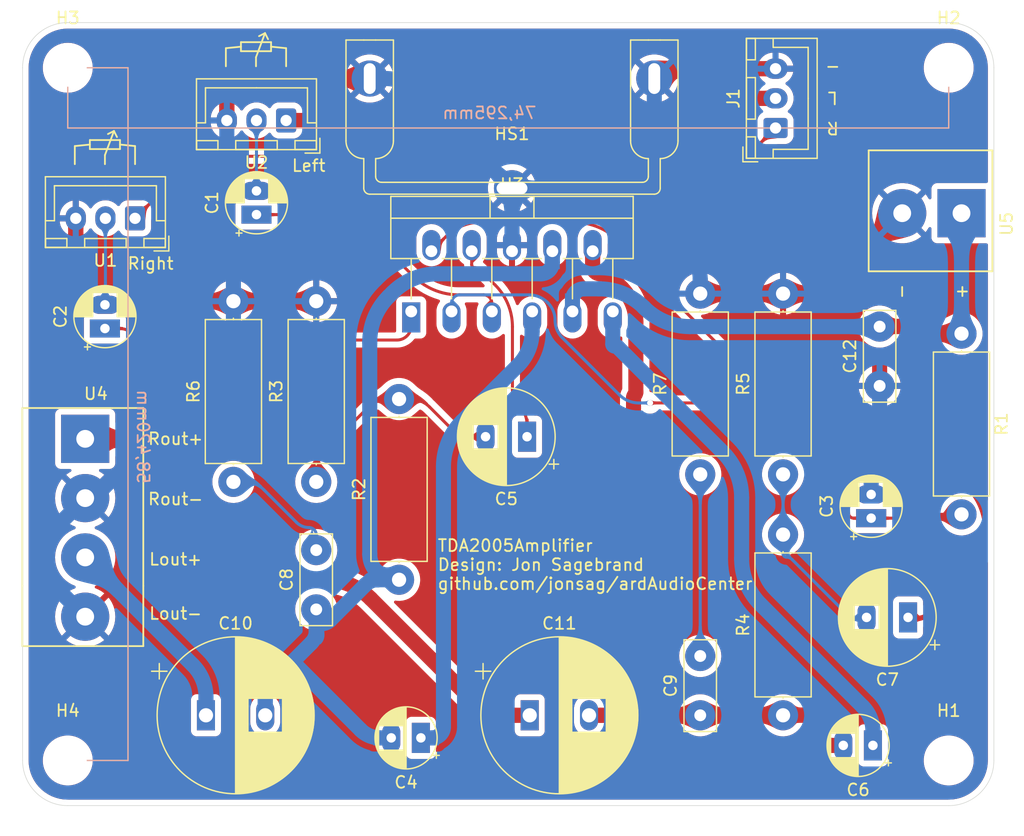
<source format=kicad_pcb>
(kicad_pcb (version 20211014) (generator pcbnew)
  (layers (0 "F.Cu" signal) (31 "B.Cu" signal) (34 "B.Paste" user) (35 "F.Paste" user) (36 "B.SilkS" user "B.Silkscreen") (37 "F.SilkS" user "F.Silkscreen") (38 "B.Mask" user) (39 "F.Mask" user) (44 "Edge.Cuts" user))
  (net 0 "")
  (net 1 "Net-(C1-Pad2)")
  (net 2 "Net-(C1-Pad1)")
  (net 3 "Net-(C2-Pad2)")
  (net 4 "Net-(C2-Pad1)")
  (net 5 "Net-(C3-Pad1)")
  (net 6 "Net-(C5-Pad2)")
  (net 7 "/OpOutL")
  (net 8 "GND")
  (net 9 "Net-(C5-Pad1)")
  (net 10 "/OpOutR")
  (net 11 "/Op7")
  (net 12 "Net-(C7-Pad2)")
  (net 13 "Net-(C7-Pad1)")
  (net 14 "Net-(C8-Pad2)")
  (net 15 "Net-(C9-Pad2)")
  (net 16 "Rout")
  (net 17 "Lout")
  (net 18 "+15V")
  (net 19 "Lin")
  (net 20 "Rin")
  (net 21 "/Op11")
  (footprint "My_Misc:C_Disc_D7.5mm_W2.5mm_P5.00mm_larger" (layer "F.Cu") (at 217.415 -58.33 90)
    (fp_text reference "C9")
    (fp_text value "0.1u")
  )
  (footprint "My_Misc:C_Disc_D7.5mm_W2.5mm_P5.00mm_larger" (layer "F.Cu") (at 185.03 -67.26 90)
    (fp_text reference "C8")
    (fp_text value "0.1u")
  )
  (footprint "My_Misc:C_Disc_D7.5mm_W2.5mm_P5.00mm_larger" (layer "F.Cu") (at 232.545 -86.11 90)
    (fp_text reference "C12")
    (fp_text value "0.1u")
  )
  (footprint "My_Misc:R_Axial_DIN0414_L11.9mm_D4.5mm_P15.24mm_Horizontal_larger" (layer "F.Cu") (at 239.45 -90.515 -90)
    (fp_text reference "R1")
    (fp_text value "120k")
  )
  (footprint "My_Misc:R_Axial_DIN0414_L11.9mm_D4.5mm_P15.24mm_Horizontal_larger" (layer "F.Cu") (at 224.4 -58.33 90)
    (fp_text reference "R4")
    (fp_text value "1.2k")
  )
  (footprint "My_Misc:R_Axial_DIN0414_L11.9mm_D4.5mm_P15.24mm_Horizontal_larger" (layer "F.Cu") (at 224.4 -78.65 90)
    (fp_text reference "R5")
    (fp_text value "3R3")
  )
  (footprint "My_Misc:R_Axial_DIN0414_L11.9mm_D4.5mm_P15.24mm_Horizontal_larger" (layer "F.Cu") (at 192.015 -69.76 90)
    (fp_text reference "R2")
    (fp_text value "1.2k")
  )
  (footprint "My_Misc:R_Axial_DIN0414_L11.9mm_D4.5mm_P15.24mm_Horizontal_larger" (layer "F.Cu") (at 185.03 -78.015 90)
    (fp_text reference "R3")
    (fp_text value "3R3")
  )
  (footprint "My_Misc:R_Axial_DIN0414_L11.9mm_D4.5mm_P15.24mm_Horizontal_larger" (layer "F.Cu") (at 217.415 -78.65 90)
    (fp_text reference "R7")
    (fp_text value "1R")
  )
  (footprint "My_Misc:R_Axial_DIN0414_L11.9mm_D4.5mm_P15.24mm_Horizontal_larger" (layer "F.Cu") (at 178.045 -78.015 90)
    (fp_text reference "R6")
    (fp_text value "1R")
  )
  (footprint "My_Misc:TO-220-11_P3.4x5.08mm_StaggerOdd_Lead4.85mm_Vertical_large" (layer "F.Cu") (at 193.04 -92.3915)
    (fp_text reference "U3")
    (fp_text value "TDA2005")
  )
  (footprint "My_Parts:4-pole_screw_terminal_RL_output" (layer "F.Cu") (at 165.545 -81.645)
    (fp_text reference "U4")
    (fp_text value "Speakers" hide)
  )
  (footprint "My_Parts:2-pole_power_in_screw_terminal" (layer "F.Cu") (at 239.45 -100.675 -90)
    (fp_text reference "U5")
    (fp_text value "Power In" hide)
  )
  (footprint "My_Heatsinks:EK-41002859" (layer "F.Cu") (at 201.54 -102.78)
    (fp_text reference "HS1")
    (fp_text value "Heatsink_Pad")
  )
  (footprint "MountingHole:MountingHole_3.2mm_M3" (layer "F.Cu") (at 164.075 -54.52)
    (fp_text reference "H4")
    (fp_text value "MountingHole")
  )
  (footprint "MountingHole:MountingHole_3.2mm_M3" (layer "F.Cu") (at 238.37 -112.94)
    (fp_text reference "H2")
    (fp_text value "MountingHole")
  )
  (footprint "My_Headers:3-pin JST Potentiometer" (layer "F.Cu") (at 169.75 -100.24 180)
    (fp_text reference "U1")
    (fp_text value "Vol R" hide)
  )
  (footprint "My_Misc:CP_Radial_D13.0mm_P5.00mm_larger" (layer "F.Cu") (at 203.0348 -58.33)
    (fp_text reference "C11")
    (fp_text value "2200u")
  )
  (footprint "My_Misc:CP_Radial_D8.0mm_P3.50mm_large" (layer "F.Cu") (at 202.81 -81.825 180)
    (fp_text reference "C5")
    (fp_text value "220u")
  )
  (footprint "My_Misc:CP_Radial_D8.0mm_P3.50mm_large" (layer "F.Cu") (at 234.9427 -66.585 180)
    (fp_text reference "C7")
    (fp_text value "220u")
  )
  (footprint "My_Misc:CP_Radial_D5.0mm_P2.00mm_larger" (layer "F.Cu") (at 167.21 -90.9499 90)
    (fp_text reference "C2")
    (fp_text value "2.2u")
  )
  (footprint "My_Headers:3-pin JST Audio" (layer "F.Cu") (at 223.765 -107.86 90)
    (fp_text reference "J1")
    (fp_text value "Audio In" hide)
  )
  (footprint "My_Misc:CP_Radial_D5.0mm_P2.50mm_larger_pads" (layer "F.Cu") (at 231.980003 -55.790008 180)
    (fp_text reference "C6")
    (fp_text value "100u")
  )
  (footprint "My_Misc:CP_Radial_D5.0mm_P2.50mm_larger_pads" (layer "F.Cu") (at 193.855111 -56.425008 180)
    (fp_text reference "C4")
    (fp_text value "100u")
  )
  (footprint "My_Misc:CP_Radial_D5.0mm_P2.00mm_larger" (layer "F.Cu") (at 231.83 -74.9549 90)
    (fp_text reference "C3")
    (fp_text value "10u")
  )
  (footprint "My_Misc:CP_Radial_D5.0mm_P2.00mm_larger" (layer "F.Cu") (at 179.99 -100.5549 90)
    (fp_text reference "C1")
    (fp_text value "2.2u")
  )
  (footprint "MountingHole:MountingHole_3.2mm_M3" (layer "F.Cu") (at 238.37 -54.52)
    (fp_text reference "H1")
    (fp_text value "MountingHole")
  )
  (footprint "My_Headers:3-pin JST Potentiometer" (layer "F.Cu") (at 182.49 -108.495 180)
    (fp_text reference "U2")
    (fp_text value "Vol L" hide)
  )
  (footprint "MountingHole:MountingHole_3.2mm_M3" (layer "F.Cu") (at 164.075 -112.94)
    (fp_text reference "H3")
    (fp_text value "MountingHole")
  )
  (footprint "My_Misc:CP_Radial_D13.0mm_P5.00mm_larger" (layer "F.Cu") (at 175.7298 -58.33)
    (fp_text reference "C10")
    (fp_text value "2200u")
  )
  (gr_line (start 164.075 -112.94) (end 169.155 -112.94) (layer "B.SilkS") (width 0.12))
  (gr_line (start 164.075 -54.52) (end 169.155 -54.52) (layer "B.SilkS") (width 0.12))
  (gr_line (start 238.37 -112.94) (end 238.37 -107.86) (layer "B.SilkS") (width 0.12))
  (gr_line (start 238.37 -107.86) (end 164.075 -107.86) (layer "B.SilkS") (width 0.12))
  (gr_line (start 164.075 -112.94) (end 164.075 -107.86) (layer "B.SilkS") (width 0.12))
  (gr_line (start 169.155 -54.52) (end 169.155 -112.94) (layer "B.SilkS") (width 0.12))
  (gr_arc (start 238.37 -116.75) (mid 241.064077 -115.634077) (end 242.18 -112.94) (layer "Edge.Cuts") (width 0.05))
  (gr_line (start 242.18 -112.94) (end 242.18 -54.52) (layer "Edge.Cuts") (width 0.05))
  (gr_line (start 164.075 -116.75) (end 238.37 -116.75) (layer "Edge.Cuts") (width 0.05))
  (gr_line (start 164.075 -50.71) (end 238.37 -50.71) (layer "Edge.Cuts") (width 0.05))
  (gr_arc (start 164.075 -50.71) (mid 161.380923 -51.825923) (end 160.265 -54.52) (layer "Edge.Cuts") (width 0.05))
  (gr_arc (start 242.18 -54.52) (mid 241.064077 -51.825923) (end 238.37 -50.71) (layer "Edge.Cuts") (width 0.05))
  (gr_line (start 160.265 -54.52) (end 160.265 -112.94) (layer "Edge.Cuts") (width 0.05))
  (gr_arc (start 160.265 -112.94) (mid 161.380923 -115.634077) (end 164.075 -116.75) (layer "Edge.Cuts") (width 0.05))
  (gr_text "74,295mm" (at 199.635 -109.13) (layer "B.SilkS") (effects (font (size 1 1)) (justify mirror)))
  (gr_text "58,420mm" (at 170.425 -81.825 270) (layer "B.SilkS") (effects (font (size 1 1)) (justify mirror)))
  (gr_text "TDA2005Amplifier\nDesign: Jon Sagebrand\ngithub.com/jonsag/ardAudioCenter" (at 195.19 -71.03) (layer "F.SilkS") (effects (font (size 1 1)) (justify left)))
  (gr_text "Left" (at 184.395 -104.685) (layer "F.SilkS") (effects (font (size 1 1))))
  (gr_text "Right" (at 171.06 -96.43) (layer "F.SilkS") (effects (font (size 1 1))))
  (segment (start 179.99 -102.5549) (end 179.99 -108.495) (width 0.254) (layer "B.Cu") (net 1))
  (segment (start 189.624192 -98.961107) (end 193.202707 -95.382592) (width 0.254) (layer "F.Cu") (net 2))
  (segment (start 199.84 -93.09015) (end 199.84 -92.3915) (width 0.254) (layer "F.Cu") (net 2))
  (segment (start 185.776436 -100.5549) (end 179.99 -100.5549) (width 0.254) (layer "F.Cu") (net 2))
  (segment (start 197.050463 -93.7888) (end 199.14135 -93.7888) (width 0.254) (layer "F.Cu") (net 2))
  (arc (start 193.202707 -95.382592) (mid 194.968072 -94.203013) (end 197.050463 -93.7888) (width 0.254) (layer "F.Cu") (net 2))
  (arc (start 189.624192 -98.961107) (mid 187.858826 -100.140686) (end 185.776436 -100.5549) (width 0.254) (layer "F.Cu") (net 2))
  (arc (start 199.84 -93.09015) (mid 199.63537 -93.58417) (end 199.14135 -93.7888) (width 0.254) (layer "F.Cu") (net 2))
  (segment (start 167.25 -94.415484) (end 167.25 -100.24) (width 0.254) (layer "B.Cu") (net 3))
  (segment (start 167.21 -94.318915) (end 167.21 -92.9499) (width 0.254) (layer "B.Cu") (net 3))
  (arc (start 167.25 -94.415484) (mid 167.244802 -94.389352) (end 167.23 -94.3672) (width 0.254) (layer "B.Cu") (net 3))
  (arc (start 167.23 -94.3672) (mid 167.215197 -94.345046) (end 167.21 -94.318915) (width 0.254) (layer "B.Cu") (net 3))
  (segment (start 193.04 -91.18485) (end 193.04 -92.3915) (width 0.254) (layer "F.Cu") (net 4))
  (segment (start 168.428204 -90.9499) (end 167.21 -90.9499) (width 0.254) (layer "F.Cu") (net 4))
  (segment (start 191.83335 -89.9782) (end 170.774095 -89.9782) (width 0.254) (layer "F.Cu") (net 4))
  (arc (start 169.60115 -90.46405) (mid 169.062997 -90.823631) (end 168.428204 -90.9499) (width 0.254) (layer "F.Cu") (net 4))
  (arc (start 193.04 -91.18485) (mid 192.68658 -90.331619) (end 191.83335 -89.9782) (width 0.254) (layer "F.Cu") (net 4))
  (arc (start 169.60115 -90.46405) (mid 170.139301 -90.104468) (end 170.774095 -89.9782) (width 0.254) (layer "F.Cu") (net 4))
  (segment (start 230.87735 -74.9549) (end 230.3573 -74.9549) (width 0.254) (layer "F.Cu") (net 5))
  (segment (start 232.78265 -74.9549) (end 236.998255 -74.9549) (width 0.254) (layer "F.Cu") (net 5))
  (segment (start 222.665992 -83.078807) (end 229.618805 -76.125994) (width 0.254) (layer "F.Cu") (net 5))
  (segment (start 232.78265 -74.9549) (end 230.87735 -74.9549) (width 0.254) (layer "F.Cu") (net 5))
  (segment (start 237.771044 -75.275) (end 239.45 -75.275) (width 0.254) (layer "F.Cu") (net 5))
  (segment (start 218.818236 -84.6726) (end 213.1871 -84.6726) (width 0.254) (layer "F.Cu") (net 5))
  (via (at 213.1871 -84.6726) (size 0.508) (drill 0.762) (layers "F.Cu" "B.Cu") (net 5))
  (arc (start 237.38465 -75.11495) (mid 237.20737 -74.996495) (end 236.998255 -74.9549) (width 0.254) (layer "F.Cu") (net 5))
  (arc (start 222.665992 -83.078807) (mid 220.900626 -84.258386) (end 218.818236 -84.6726) (width 0.254) (layer "F.Cu") (net 5))
  (arc (start 237.771044 -75.275) (mid 237.561929 -75.233404) (end 237.38465 -75.11495) (width 0.254) (layer "F.Cu") (net 5))
  (arc (start 229.618805 -76.125994) (mid 229.8452 -75.78717) (end 229.9247 -75.3875) (width 0.254) (layer "F.Cu") (net 5))
  (arc (start 229.9247 -75.3875) (mid 230.051405 -75.081605) (end 230.3573 -74.9549) (width 0.254) (layer "F.Cu") (net 5))
  (segment (start 213.1871 -84.6726) (end 212.23405 -84.6726) (width 0.254) (layer "B.Cu") (net 5))
  (segment (start 197.13865 -93.7888) (end 202.981833 -93.7888) (width 0.254) (layer "B.Cu") (net 5))
  (segment (start 196.44 -93.09015) (end 196.44 -92.3915) (width 0.254) (layer "B.Cu") (net 5))
  (segment (start 205.784014 -90.169584) (end 210.607091 -85.346508) (width 0.254) (layer "B.Cu") (net 5))
  (segment (start 204.564185 -93.114514) (end 204.532 -93.1467) (width 0.254) (layer "B.Cu") (net 5))
  (arc (start 197.13865 -93.7888) (mid 196.644629 -93.58417) (end 196.44 -93.09015) (width 0.254) (layer "B.Cu") (net 5))
  (arc (start 204.564185 -93.114514) (mid 205.015588 -92.438942) (end 205.1741 -91.64205) (width 0.254) (layer "B.Cu") (net 5))
  (arc (start 210.607091 -85.346508) (mid 211.353546 -84.847742) (end 212.23405 -84.6726) (width 0.254) (layer "B.Cu") (net 5))
  (arc (start 204.532 -93.1467) (mid 203.820777 -93.621923) (end 202.981833 -93.7888) (width 0.254) (layer "B.Cu") (net 5))
  (arc (start 205.1741 -91.64205) (mid 205.332611 -90.845157) (end 205.784014 -90.169584) (width 0.254) (layer "B.Cu") (net 5))
  (segment (start 196.312285 -82.608014) (end 194.593925 -84.326374) (width 0.254) (layer "F.Cu") (net 6))
  (segment (start 198.20265 -81.825) (end 199.31 -81.825) (width 0.254) (layer "F.Cu") (net 6))
  (segment (start 185.03 -78.96765) (end 185.03 -78.015) (width 0.254) (layer "F.Cu") (net 6))
  (segment (start 192.96765 -85) (end 191.06235 -85) (width 0.254) (layer "F.Cu") (net 6))
  (segment (start 189.436074 -84.326374) (end 185.703625 -80.593925) (width 0.254) (layer "F.Cu") (net 6))
  (arc (start 194.593925 -84.326374) (mid 193.847783 -84.82493) (end 192.96765 -85) (width 0.254) (layer "F.Cu") (net 6))
  (arc (start 196.312285 -82.608014) (mid 197.179591 -82.028498) (end 198.20265 -81.825) (width 0.254) (layer "F.Cu") (net 6))
  (arc (start 191.06235 -85) (mid 190.182215 -84.82493) (end 189.436074 -84.326374) (width 0.254) (layer "F.Cu") (net 6))
  (arc (start 185.703625 -80.593925) (mid 185.205069 -79.847783) (end 185.03 -78.96765) (width 0.254) (layer "F.Cu") (net 6))
  (segment (start 204.94 -96.51885) (end 204.94 -97.4715) (width 1.27) (layer "B.Cu") (net 7))
  (segment (start 185.03 -66.48595) (end 185.03 -67.26) (width 1.27) (layer "B.Cu") (net 7))
  (segment (start 191.4117 -69.76) (end 192.015 -69.76) (width 1.27) (layer "B.Cu") (net 7))
  (segment (start 185.03 -65.45005) (end 185.03 -65.62085) (width 1.27) (layer "B.Cu") (net 7))
  (segment (start 189.5425 -89.799436) (end 189.5425 -71.921026) (width 1.27) (layer "B.Cu") (net 7))
  (segment (start 190.381802 -70.186597) (end 190.17545 -70.39295) (width 1.27) (layer "B.Cu") (net 7))
  (segment (start 195.309263 -95.5662) (end 203.98735 -95.5662) (width 1.27) (layer "B.Cu") (net 7))
  (segment (start 180.7298 -60.59415) (end 180.7298 -58.33) (width 1.27) (layer "B.Cu") (net 7))
  (segment (start 191.4117 -69.76) (end 190.2051 -69.76) (width 1.27) (layer "B.Cu") (net 7))
  (segment (start 190.2051 -69.76) (end 190.20505 -69.76) (width 1.27) (layer "B.Cu") (net 7))
  (segment (start 181.133564 -60.848764) (end 183.043914 -62.759114) (width 1.27) (layer "B.Cu") (net 7))
  (segment (start 190.40245 -56.425) (end 191.3551 -56.425) (width 1.27) (layer "B.Cu") (net 7))
  (segment (start 185.03 -65.62085) (end 185.03 -66.48595) (width 1.27) (layer "B.Cu") (net 7))
  (segment (start 188.776174 -57.098625) (end 183.115685 -62.759114) (width 1.27) (layer "B.Cu") (net 7))
  (segment (start 184.603367 -64.420067) (end 183.115685 -62.932385) (width 1.27) (layer "B.Cu") (net 7))
  (segment (start 191.461507 -93.972407) (end 191.136292 -93.647192) (width 1.27) (layer "B.Cu") (net 7))
  (segment (start 189.175067 -69.333367) (end 186.200959 -66.359259) (width 1.27) (layer "B.Cu") (net 7))
  (arc (start 185.46255 -66.0534) (mid 185.15669 -65.926709) (end 185.03 -65.62085) (width 1.27) (layer "B.Cu") (net 7))
  (arc (start 204.94 -96.51885) (mid 204.660975 -95.845224) (end 203.98735 -95.5662) (width 1.27) (layer "B.Cu") (net 7))
  (arc (start 190.2051 -69.76) (mid 190.435973 -69.914264) (end 190.381802 -70.186597) (width 1.27) (layer "B.Cu") (net 7))
  (arc (start 191.136292 -93.647192) (mid 189.956713 -91.881826) (end 189.5425 -89.799436) (width 1.27) (layer "B.Cu") (net 7))
  (arc (start 185.03 -65.45005) (mid 184.919121 -64.892627) (end 184.603367 -64.420067) (width 1.27) (layer "B.Cu") (net 7))
  (arc (start 180.87895 -60.7433) (mid 180.773485 -60.699614) (end 180.7298 -60.59415) (width 1.27) (layer "B.Cu") (net 7))
  (arc (start 189.5425 -71.921026) (mid 189.706998 -71.094037) (end 190.17545 -70.39295) (width 1.27) (layer "B.Cu") (net 7))
  (arc (start 188.776174 -57.098625) (mid 189.522315 -56.600069) (end 190.40245 -56.425) (width 1.27) (layer "B.Cu") (net 7))
  (arc (start 181.133564 -60.848764) (mid 181.016746 -60.770709) (end 180.87895 -60.7433) (width 1.27) (layer "B.Cu") (net 7))
  (arc (start 195.309263 -95.5662) (mid 193.226872 -95.151986) (end 191.461507 -93.972407) (width 1.27) (layer "B.Cu") (net 7))
  (arc (start 183.115685 -62.932385) (mid 183.089126 -62.892636) (end 183.0798 -62.84575) (width 1.27) (layer "B.Cu") (net 7))
  (arc (start 186.200959 -66.359259) (mid 185.862174 -66.13289) (end 185.46255 -66.0534) (width 1.27) (layer "B.Cu") (net 7))
  (arc (start 190.381802 -70.186597) (mid 190.854323 -69.870868) (end 191.4117 -69.76) (width 1.27) (layer "B.Cu") (net 7))
  (arc (start 190.20505 -69.76) (mid 189.647627 -69.649121) (end 189.175067 -69.333367) (width 1.27) (layer "B.Cu") (net 7))
  (arc (start 183.043914 -62.759114) (mid 183.070473 -62.798863) (end 183.0798 -62.84575) (width 1.27) (layer "B.Cu") (net 7))
  (arc (start 185.03 -66.48595) (mid 185.15669 -66.18009) (end 185.46255 -66.0534) (width 1.27) (layer "B.Cu") (net 7))
  (arc (start 183.0798 -62.84575) (mid 183.089126 -62.798863) (end 183.115685 -62.759114) (width 1.27) (layer "B.Cu") (net 7))
  (arc (start 183.115685 -62.759114) (mid 183.079799 -62.773978) (end 183.043914 -62.759114) (width 1.27) (layer "B.Cu") (net 7))
  (segment (start 180.388144 -93.255) (end 175.701856 -93.255) (width 1.27) (layer "F.Cu") (net 8))
  (segment (start 232.545 -88.08325) (end 232.545 -86.11) (width 1.27) (layer "F.Cu") (net 8))
  (segment (start 231.353737 -88.834462) (end 228.148236 -92.039963) (width 1.27) (layer "F.Cu") (net 8))
  (segment (start 222.7675 -93.89) (end 217.415 -93.89) (width 1.27) (layer "F.Cu") (net 8))
  (segment (start 214.956898 -112.86) (end 223.765 -112.86) (width 1.27) (layer "F.Cu") (net 8))
  (segment (start 180.388144 -93.255) (end 185.03 -93.255) (width 1.27) (layer "F.Cu") (net 8))
  (segment (start 213.955 -112.445) (end 213.54 -112.03) (width 1.27) (layer "F.Cu") (net 8))
  (segment (start 166.98431 -97.497089) (end 169.632607 -94.848792) (width 1.27) (layer "F.Cu") (net 8))
  (segment (start 228.148236 -94.373236) (end 234.45 -100.675) (width 1.27) (layer "F.Cu") (net 8))
  (segment (start 164.75 -98.90605) (end 164.75 -100.24) (width 1.27) (layer "F.Cu") (net 8))
  (segment (start 175.701856 -93.255) (end 173.480363 -93.255) (width 1.27) (layer "F.Cu") (net 8))
  (segment (start 177.49 -109.681533) (end 177.49 -108.495) (width 1.27) (layer "F.Cu") (net 8))
  (segment (start 226.0325 -93.89) (end 222.7675 -93.89) (width 1.27) (layer "F.Cu") (net 8))
  (segment (start 226.0325 -93.89) (end 226.9816 -93.89) (width 1.27) (layer "F.Cu") (net 8))
  (segment (start 179.838466 -112.03) (end 189.54 -112.03) (width 1.27) (layer "F.Cu") (net 8))
  (arc (start 164.75 -98.90605) (mid 164.991739 -98.322439) (end 165.57535 -98.0807) (width 1.27) (layer "F.Cu") (net 8))
  (arc (start 166.98431 -97.497089) (mid 166.337873 -97.929024) (end 165.57535 -98.0807) (width 1.27) (layer "F.Cu") (net 8))
  (arc (start 232.545 -88.08325) (mid 232.416112 -88.394412) (end 232.10495 -88.5233) (width 1.27) (layer "F.Cu") (net 8))
  (arc (start 228.148236 -94.373236) (mid 227.790588 -93.837979) (end 227.665 -93.2066) (width 1.27) (layer "F.Cu") (net 8))
  (arc (start 226.9816 -93.89) (mid 227.612979 -94.015588) (end 228.148236 -94.373236) (width 1.27) (layer "F.Cu") (net 8))
  (arc (start 169.632607 -94.848792) (mid 171.397972 -93.669213) (end 173.480363 -93.255) (width 1.27) (layer "F.Cu") (net 8))
  (arc (start 227.665 -93.2066) (mid 227.464836 -93.689836) (end 226.9816 -93.89) (width 1.27) (layer "F.Cu") (net 8))
  (arc (start 214.956898 -112.86) (mid 214.414674 -112.752145) (end 213.955 -112.445) (width 1.27) (layer "F.Cu") (net 8))
  (arc (start 227.665 -93.2066) (mid 227.790588 -92.57522) (end 228.148236 -92.039963) (width 1.27) (layer "F.Cu") (net 8))
  (arc (start 231.353737 -88.834462) (mid 231.698396 -88.604168) (end 232.10495 -88.5233) (width 1.27) (layer "F.Cu") (net 8))
  (arc (start 179.838466 -112.03) (mid 178.939747 -111.851233) (end 178.17785 -111.34215) (width 1.27) (layer "F.Cu") (net 8))
  (arc (start 178.17785 -111.34215) (mid 177.668766 -110.580252) (end 177.49 -109.681533) (width 1.27) (layer "F.Cu") (net 8))
  (segment (start 178.045 -93.85835) (end 178.045 -93.8584) (width 1.27) (layer "B.Cu") (net 8))
  (segment (start 213.54 -104.08085) (end 213.54 -112.03) (width 1.27) (layer "B.Cu") (net 8))
  (segment (start 163.621547 -74.721547) (end 165.301613 -76.401613) (width 1.27) (layer "B.Cu") (net 8))
  (segment (start 217.415 -95.09665) (end 217.415 -93.89) (width 1.27) (layer "B.Cu") (net 8))
  (segment (start 232.545 -84.202281) (end 232.545 -86.11) (width 1.27) (layer "B.Cu") (net 8))
  (segment (start 213.54 -104.08085) (end 213.54 -101.47915) (width 1.27) (layer "B.Cu") (net 8))
  (segment (start 178.045 -93.85835) (end 178.045 -92.65165) (width 1.27) (layer "B.Cu") (net 8))
  (segment (start 178.045 -95.275855) (end 178.045 -95.065) (width 1.27) (layer "B.Cu") (net 8))
  (segment (start 216.561769 -97.15653) (end 214.459839 -99.25846) (width 1.27) (layer "B.Cu") (net 8))
  (segment (start 203.539998 -102.78) (end 212.23915 -102.78) (width 1.27) (layer "B.Cu") (net 8))
  (segment (start 199.946207 -104.373792) (end 193.262271 -111.057728) (width 1.27) (layer "B.Cu") (net 8))
  (segment (start 178.045 -90.710563) (end 178.045 -92.65165) (width 1.27) (layer "B.Cu") (net 8))
  (segment (start 190.915 -112.03) (end 189.54 -112.03) (width 1.27) (layer "B.Cu") (net 8))
  (segment (start 166.476786 -76.888386) (end 176.451207 -86.862807) (width 1.27) (layer "B.Cu") (net 8))
  (segment (start 177.49 -96.615744) (end 177.49 -108.495) (width 1.27) (layer "B.Cu") (net 8))
  (segment (start 201.54 -100.526036) (end 201.54 -97.4715) (width 1.27) (layer "B.Cu") (net 8))
  (segment (start 163.621547 -68.568452) (end 165.545 -66.645) (width 1.27) (layer "B.Cu") (net 8))
  (segment (start 231.83 -82.476118) (end 231.83 -76.9549) (width 1.27) (layer "B.Cu") (net 8))
  (segment (start 178.045 -95.065) (end 178.045 -93.8584) (width 1.27) (layer "B.Cu") (net 8))
  (arc (start 193.262271 -111.057728) (mid 192.185334 -111.777314) (end 190.915 -112.03) (width 1.27) (layer "B.Cu") (net 8))
  (arc (start 232.1875 -83.3392) (mid 231.922911 -82.943214) (end 231.83 -82.476118) (width 1.27) (layer "B.Cu") (net 8))
  (arc (start 201.54 -100.526036) (mid 201.125786 -102.608426) (end 199.946207 -104.373792) (width 1.27) (layer "B.Cu") (net 8))
  (arc (start 199.946207 -104.373792) (mid 201.645569 -103.194213) (end 203.539998 -102.78) (width 1.27) (layer "B.Cu") (net 8))
  (arc (start 232.545 -84.202281) (mid 232.452088 -83.735184) (end 232.1875 -83.3392) (width 1.27) (layer "B.Cu") (net 8))
  (arc (start 178.045 -90.710563) (mid 177.630786 -88.628172) (end 176.451207 -86.862807) (width 1.27) (layer "B.Cu") (net 8))
  (arc (start 163.621547 -74.721547) (mid 162.678391 -73.310015) (end 162.3472 -71.645) (width 1.27) (layer "B.Cu") (net 8))
  (arc (start 216.561769 -97.15653) (mid 217.193252 -96.211449) (end 217.415 -95.09665) (width 1.27) (layer "B.Cu") (net 8))
  (arc (start 177.49 -96.615744) (mid 177.562119 -96.253172) (end 177.7675 -95.9458) (width 1.27) (layer "B.Cu") (net 8))
  (arc (start 165.8892 -76.645) (mid 165.5712 -76.581745) (end 165.301613 -76.401613) (width 1.27) (layer "B.Cu") (net 8))
  (arc (start 213.54 -101.47915) (mid 213.158989 -102.398989) (end 212.23915 -102.78) (width 1.27) (layer "B.Cu") (net 8))
  (arc (start 177.7675 -95.9458) (mid 177.97288 -95.638426) (end 178.045 -95.275855) (width 1.27) (layer "B.Cu") (net 8))
  (arc (start 203.539998 -102.78) (mid 202.125785 -102.119829) (end 201.54 -100.526036) (width 1.27) (layer "B.Cu") (net 8))
  (arc (start 212.23915 -102.78) (mid 213.158989 -103.16101) (end 213.54 -104.08085) (width 1.27) (layer "B.Cu") (net 8))
  (arc (start 166.476786 -76.888386) (mid 166.207199 -76.708253) (end 165.8892 -76.645) (width 1.27) (layer "B.Cu") (net 8))
  (arc (start 162.3472 -71.645) (mid 162.678391 -69.979984) (end 163.621547 -68.568452) (width 1.27) (layer "B.Cu") (net 8))
  (arc (start 213.54 -101.47915) (mid 213.779058 -100.277321) (end 214.459839 -99.25846) (width 1.27) (layer "B.Cu") (net 8))
  (segment (start 200.120099 -94.618099) (end 198.849261 -95.888938) (width 0.254) (layer "F.Cu") (net 9))
  (segment (start 201.5762 -91.102763) (end 201.5762 -85.836528) (width 0.254) (layer "F.Cu") (net 9))
  (segment (start 198.14 -96.3362) (end 198.14 -97.4715) (width 0.254) (layer "F.Cu") (net 9))
  (segment (start 202.81 -82.857871) (end 202.81 -81.825) (width 0.254) (layer "F.Cu") (net 9))
  (arc (start 200.120099 -94.618099) (mid 201.197771 -93.005249) (end 201.5762 -91.102763) (width 0.254) (layer "F.Cu") (net 9))
  (arc (start 202.1931 -84.3472) (mid 202.649672 -83.66389) (end 202.81 -82.857871) (width 0.254) (layer "F.Cu") (net 9))
  (arc (start 201.5762 -85.836528) (mid 201.736527 -85.030509) (end 202.1931 -84.3472) (width 0.254) (layer "F.Cu") (net 9))
  (arc (start 198.849261 -95.888938) (mid 198.644056 -96.026051) (end 198.402 -96.0742) (width 0.254) (layer "F.Cu") (net 9))
  (arc (start 198.14 -96.3362) (mid 198.216738 -96.150938) (end 198.402 -96.0742) (width 0.254) (layer "F.Cu") (net 9))
  (segment (start 211.7898 -59.25485) (end 211.7898 -85.112777) (width 1.27) (layer "F.Cu") (net 10))
  (segment (start 209.01525 -58.33) (end 208.0348 -58.33) (width 1.27) (layer "F.Cu") (net 10))
  (segment (start 212.71465 -58.33) (end 210.86495 -58.33) (width 1.27) (layer "F.Cu") (net 10))
  (segment (start 225.60665 -58.33) (end 226.274908 -58.33) (width 1.27) (layer "F.Cu") (net 10))
  (segment (start 219.758144 -58.33) (end 215.071856 -58.33) (width 1.27) (layer "F.Cu") (net 10))
  (segment (start 223.19335 -58.33) (end 219.758144 -58.33) (width 1.27) (layer "F.Cu") (net 10))
  (segment (start 208.34 -96.19775) (end 208.34 -97.4715) (width 1.27) (layer "F.Cu") (net 10))
  (segment (start 212.71465 -58.33) (end 215.071856 -58.33) (width 1.27) (layer "F.Cu") (net 10))
  (segment (start 211.9857 -85.585722) (end 211.9857 -91.498847) (width 1.27) (layer "F.Cu") (net 10))
  (segment (start 227.5747 -56.6793) (end 227.5747 -57.030208) (width 1.27) (layer "F.Cu") (net 10))
  (segment (start 225.60665 -58.33) (end 223.19335 -58.33) (width 1.27) (layer "F.Cu") (net 10))
  (segment (start 228.464 -55.79) (end 229.48 -55.79) (width 1.27) (layer "F.Cu") (net 10))
  (segment (start 210.049673 -95.119626) (end 210.7944 -94.3749) (width 1.27) (layer "F.Cu") (net 10))
  (segment (start 210.86495 -58.33) (end 209.01525 -58.33) (width 1.27) (layer "F.Cu") (net 10))
  (arc (start 208.34 -96.19775) (mid 208.524976 -95.751176) (end 208.97155 -95.5662) (width 1.27) (layer "F.Cu") (net 10))
  (arc (start 227.194 -57.9493) (mid 227.475759 -57.527617) (end 227.5747 -57.030208) (width 1.27) (layer "F.Cu") (net 10))
  (arc (start 210.86495 -58.33) (mid 211.518917 -58.600882) (end 211.7898 -59.25485) (width 1.27) (layer "F.Cu") (net 10))
  (arc (start 210.049673 -95.119626) (mid 209.555026 -95.450139) (end 208.97155 -95.5662) (width 1.27) (layer "F.Cu") (net 10))
  (arc (start 227.5747 -56.6793) (mid 227.835169 -56.050469) (end 228.464 -55.79) (width 1.27) (layer "F.Cu") (net 10))
  (arc (start 211.7898 -59.25485) (mid 212.060682 -58.600882) (end 212.71465 -58.33) (width 1.27) (layer "F.Cu") (net 10))
  (arc (start 227.194 -57.9493) (mid 226.772317 -58.231059) (end 226.274908 -58.33) (width 1.27) (layer "F.Cu") (net 10))
  (arc (start 211.88775 -85.34925) (mid 211.815256 -85.240755) (end 211.7898 -85.112777) (width 1.27) (layer "F.Cu") (net 10))
  (arc (start 211.9857 -85.585722) (mid 211.960243 -85.457744) (end 211.88775 -85.34925) (width 1.27) (layer "F.Cu") (net 10))
  (arc (start 210.7944 -94.3749) (mid 211.676091 -93.055355) (end 211.9857 -91.498847) (width 1.27) (layer "F.Cu") (net 10))
  (segment (start 197.354192 -83.140392) (end 202.050186 -87.836386) (width 1.27) (layer "B.Cu") (net 11))
  (segment (start 203.24 -90.70885) (end 203.24 -92.3915) (width 1.27) (layer "B.Cu") (net 11))
  (segment (start 194.80775 -56.425) (end 193.8551 -56.425) (width 1.27) (layer "B.Cu") (net 11))
  (segment (start 195.7604 -79.292636) (end 195.7604 -57.37765) (width 1.27) (layer "B.Cu") (net 11))
  (arc (start 195.7604 -57.37765) (mid 195.481375 -56.704024) (end 194.80775 -56.425) (width 1.27) (layer "B.Cu") (net 11))
  (arc (start 203.24 -90.70885) (mid 202.930777 -89.154283) (end 202.050186 -87.836386) (width 1.27) (layer "B.Cu") (net 11))
  (arc (start 197.354192 -83.140392) (mid 196.174613 -81.375026) (end 195.7604 -79.292636) (width 1.27) (layer "B.Cu") (net 11))
  (segment (start 224.4 -72.61735) (end 224.4 -71.94755) (width 0.254) (layer "B.Cu") (net 12))
  (segment (start 229.551379 -67.07902) (end 225.165705 -71.464694) (width 0.254) (layer "B.Cu") (net 12))
  (segment (start 224.4 -74.52265) (end 224.4 -78.65) (width 0.254) (layer "B.Cu") (net 12))
  (segment (start 230.74405 -66.585) (end 231.4427 -66.585) (width 0.254) (layer "B.Cu") (net 12))
  (segment (start 224.4 -74.52265) (end 224.4 -72.61735) (width 0.254) (layer "B.Cu") (net 12))
  (arc (start 229.551379 -67.07902) (mid 230.098581 -66.713391) (end 230.74405 -66.585) (width 0.254) (layer "B.Cu") (net 12))
  (arc (start 225.165705 -71.464694) (mid 224.944169 -71.61272) (end 224.68285 -71.6647) (width 0.254) (layer "B.Cu") (net 12))
  (arc (start 224.4 -71.94755) (mid 224.482844 -71.747544) (end 224.68285 -71.6647) (width 0.254) (layer "B.Cu") (net 12))
  (segment (start 236.83402 -67.07902) (end 239.847041 -70.092041) (width 0.254) (layer "F.Cu") (net 13))
  (segment (start 212.365725 -96.520874) (end 210.563892 -98.322707) (width 0.254) (layer "F.Cu") (net 13))
  (segment (start 229.054363 -81.7248) (end 233.487636 -81.7248) (width 0.254) (layer "F.Cu") (net 13))
  (segment (start 198.913876 -99.9165) (end 206.716136 -99.9165) (width 0.254) (layer "F.Cu") (net 13))
  (segment (start 237.335392 -80.131007) (end 239.847041 -77.619358) (width 0.254) (layer "F.Cu") (net 13))
  (segment (start 235.64135 -66.585) (end 234.9427 -66.585) (width 0.254) (layer "F.Cu") (net 13))
  (segment (start 225.206607 -83.318592) (end 212.621274 -95.903925) (width 0.254) (layer "F.Cu") (net 13))
  (segment (start 195.9625 -98.694) (end 194.74 -97.4715) (width 0.254) (layer "F.Cu") (net 13))
  (arc (start 241.406 -73.8557) (mid 241.000839 -71.818822) (end 239.847041 -70.092041) (width 0.254) (layer "F.Cu") (net 13))
  (arc (start 198.913876 -99.9165) (mid 197.316602 -99.598782) (end 195.9625 -98.694) (width 0.254) (layer "F.Cu") (net 13))
  (arc (start 212.365725 -96.520874) (mid 212.460292 -96.379344) (end 212.4935 -96.2124) (width 0.254) (layer "F.Cu") (net 13))
  (arc (start 210.563892 -98.322707) (mid 208.798526 -99.502286) (end 206.716136 -99.9165) (width 0.254) (layer "F.Cu") (net 13))
  (arc (start 225.206607 -83.318592) (mid 226.971972 -82.139013) (end 229.054363 -81.7248) (width 0.254) (layer "F.Cu") (net 13))
  (arc (start 239.847041 -77.619358) (mid 241.000839 -75.892577) (end 241.406 -73.8557) (width 0.254) (layer "F.Cu") (net 13))
  (arc (start 212.4935 -96.2124) (mid 212.526707 -96.045454) (end 212.621274 -95.903925) (width 0.254) (layer "F.Cu") (net 13))
  (arc (start 237.335392 -80.131007) (mid 235.570026 -81.310586) (end 233.487636 -81.7248) (width 0.254) (layer "F.Cu") (net 13))
  (arc (start 236.83402 -67.07902) (mid 236.286818 -66.713391) (end 235.64135 -66.585) (width 0.254) (layer "F.Cu") (net 13))
  (segment (start 180.623925 -77.341374) (end 183.365129 -74.60017) (width 0.254) (layer "B.Cu") (net 14))
  (segment (start 178.99765 -78.015) (end 178.045 -78.015) (width 0.254) (layer "B.Cu") (net 14))
  (segment (start 185.03 -73.5503) (end 185.03 -72.26) (width 0.254) (layer "B.Cu") (net 14))
  (arc (start 183.365129 -74.60017) (mid 183.846814 -74.278319) (end 184.415 -74.1653) (width 0.254) (layer "B.Cu") (net 14))
  (arc (start 185.03 -73.5503) (mid 184.84987 -73.98517) (end 184.415 -74.1653) (width 0.254) (layer "B.Cu") (net 14))
  (arc (start 180.623925 -77.341374) (mid 179.877783 -77.83993) (end 178.99765 -78.015) (width 0.254) (layer "B.Cu") (net 14))
  (segment (start 217.415 -78.65) (end 217.415 -63.33) (width 0.254) (layer "B.Cu") (net 15))
  (segment (start 167.13265 -81.645) (end 165.545 -81.645) (width 1.27) (layer "F.Cu") (net 16))
  (segment (start 198.199771 -59.592928) (end 189.626492 -68.166207) (width 1.27) (layer "F.Cu") (net 16))
  (segment (start 179.011507 -71.353792) (end 169.842938 -80.522361) (width 1.27) (layer "F.Cu") (net 16))
  (segment (start 201.24875 -58.33) (end 203.0348 -58.33) (width 1.27) (layer "F.Cu") (net 16))
  (segment (start 182.859263 -69.76) (end 185.778736 -69.76) (width 1.27) (layer "F.Cu") (net 16))
  (arc (start 169.842938 -80.522361) (mid 168.599447 -81.353235) (end 167.13265 -81.645) (width 1.27) (layer "F.Cu") (net 16))
  (arc (start 189.626492 -68.166207) (mid 187.861126 -69.345786) (end 185.778736 -69.76) (width 1.27) (layer "F.Cu") (net 16))
  (arc (start 198.199771 -59.592928) (mid 199.598654 -58.658224) (end 201.24875 -58.33) (width 1.27) (layer "F.Cu") (net 16))
  (arc (start 179.011507 -71.353792) (mid 180.776872 -70.174213) (end 182.859263 -69.76) (width 1.27) (layer "F.Cu") (net 16))
  (segment (start 175.7298 -59.8951) (end 175.7298 -58.33) (width 1.27) (layer "B.Cu") (net 17))
  (segment (start 174.623107 -62.566892) (end 165.545 -71.645) (width 1.27) (layer "B.Cu") (net 17))
  (arc (start 174.623107 -62.566892) (mid 175.442179 -61.341063) (end 175.7298 -59.8951) (width 1.27) (layer "B.Cu") (net 17))
  (segment (start 234.537571 -91.11) (end 232.545 -91.11) (width 1.27) (layer "F.Cu") (net 18))
  (segment (start 235.974028 -90.515) (end 239.45 -90.515) (width 1.27) (layer "F.Cu") (net 18))
  (arc (start 235.2558 -90.8125) (mid 234.926273 -91.032682) (end 234.537571 -91.11) (width 1.27) (layer "F.Cu") (net 18))
  (arc (start 235.2558 -90.8125) (mid 235.585325 -90.592317) (end 235.974028 -90.515) (width 1.27) (layer "F.Cu") (net 18))
  (segment (start 208.8698 -94.2968) (end 207.59265 -94.2968) (width 1.27) (layer "B.Cu") (net 18))
  (segment (start 239.45 -100.675) (end 239.45 -90.515) (width 1.27) (layer "B.Cu") (net 18))
  (segment (start 212.676306 -92.720093) (end 212.693 -92.7034) (width 1.27) (layer "B.Cu") (net 18))
  (segment (start 216.539807 -91.11) (end 232.545 -91.11) (width 1.27) (layer "B.Cu") (net 18))
  (segment (start 206.64 -93.34415) (end 206.64 -92.3915) (width 1.27) (layer "B.Cu") (net 18))
  (arc (start 207.59265 -94.2968) (mid 206.919024 -94.017775) (end 206.64 -93.34415) (width 1.27) (layer "B.Cu") (net 18))
  (arc (start 212.693 -92.7034) (mid 214.45793 -91.524111) (end 216.539807 -91.11) (width 1.27) (layer "B.Cu") (net 18))
  (arc (start 212.676306 -92.720093) (mid 210.929866 -93.887027) (end 208.8698 -94.2968) (width 1.27) (layer "B.Cu") (net 18))
  (segment (start 216.396745 -108.495) (end 182.49 -108.495) (width 1.27) (layer "F.Cu") (net 19))
  (segment (start 220.899254 -110.36) (end 223.765 -110.36) (width 1.27) (layer "F.Cu") (net 19))
  (arc (start 218.648 -109.4275) (mid 217.615115 -108.737348) (end 216.396745 -108.495) (width 1.27) (layer "F.Cu") (net 19))
  (arc (start 220.899254 -110.36) (mid 219.680884 -110.117651) (end 218.648 -109.4275) (width 1.27) (layer "F.Cu") (net 19))
  (segment (start 222.5717 -106.6667) (end 223.765 -107.86) (width 0.254) (layer "F.Cu") (net 20))
  (segment (start 173.389607 -103.879607) (end 169.75 -100.24) (width 0.254) (layer "F.Cu") (net 20))
  (segment (start 177.237363 -105.4734) (end 219.690818 -105.4734) (width 0.254) (layer "F.Cu") (net 20))
  (arc (start 222.5717 -106.6667) (mid 221.24994 -105.783528) (end 219.690818 -105.4734) (width 0.254) (layer "F.Cu") (net 20))
  (arc (start 177.237363 -105.4734) (mid 175.154972 -105.059186) (end 173.389607 -103.879607) (width 0.254) (layer "F.Cu") (net 20))
  (segment (start 219.313707 -80.522092) (end 210.480716 -89.355083) (width 1.27) (layer "B.Cu") (net 21))
  (segment (start 231.98 -56.99665) (end 231.98 -55.79) (width 1.27) (layer "B.Cu") (net 21))
  (segment (start 210.04 -89.633) (end 210.04 -92.3915) (width 1.27) (layer "B.Cu") (net 21))
  (segment (start 220.9075 -76.674336) (end 220.9075 -71.529763) (width 1.27) (layer "B.Cu") (net 21))
  (segment (start 231.126769 -59.05653) (end 222.501292 -67.682007) (width 1.27) (layer "B.Cu") (net 21))
  (arc (start 210.04 -89.633) (mid 210.087683 -89.517883) (end 210.2028 -89.4702) (width 1.27) (layer "B.Cu") (net 21))
  (arc (start 220.9075 -71.529763) (mid 221.321713 -69.447372) (end 222.501292 -67.682007) (width 1.27) (layer "B.Cu") (net 21))
  (arc (start 231.126769 -59.05653) (mid 231.758252 -58.111449) (end 231.98 -56.99665) (width 1.27) (layer "B.Cu") (net 21))
  (arc (start 210.480716 -89.355083) (mid 210.353207 -89.440282) (end 210.2028 -89.4702) (width 1.27) (layer "B.Cu") (net 21))
  (arc (start 219.313707 -80.522092) (mid 220.493286 -78.756726) (end 220.9075 -76.674336) (width 1.27) (layer "B.Cu") (net 21))
  (zone (net 8) (net_name "GND") (layer "F.Cu") (priority 16962) (connect_pads yes (clearance 0)) (min_thickness 0.0254) (fill yes (thermal_gap 0.508) (thermal_bridge_width 0.508))
    (polygon (pts (xy 222.075 -112.225) (xy 222.263299 -112.226077) (xy 222.432163 -112.228253) (xy 222.584183 -112.229943) (xy 222.721952 -112.22956) (xy 222.848063 -112.225522) (xy 222.965109 -112.216241) (xy 223.075682 -112.200133) (xy 223.182375 -112.175614) (xy 223.287782 -112.141098) (xy 223.394494 -112.095) (xy 224.19 -112.86) (xy 223.394494 -113.625) (xy 223.287782 -113.578901) (xy 223.182375 -113.544385) (xy 223.075682 -113.519866) (xy 222.965109 -113.503758) (xy 222.848063 -113.494477) (xy 222.721952 -113.490439) (xy 222.584183 -113.490056) (xy 222.432163 -113.491746) (xy 222.263299 -113.493922) (xy 222.075 -113.495)))
  )
  (zone (net 9) (net_name "Net-(C5-Pad1)") (layer "F.Cu") (priority 16962) (connect_pads yes (clearance 0)) (min_thickness 0.0254) (fill yes (thermal_gap 0.508) (thermal_bridge_width 0.508))
    (polygon (pts (xy 202.683 -83.347) (xy 202.67416 -83.168023) (xy 202.649088 -83.020837) (xy 202.609949 -82.898521) (xy 202.558912 -82.794152) (xy 202.498143 -82.700807) (xy 202.429812 -82.611563) (xy 202.356084 -82.519497) (xy 202.279128 -82.417688) (xy 202.20111 -82.299212) (xy 202.1242 -82.157148) (xy 202.81 -81.444) (xy 203.4958 -82.157148) (xy 203.418889 -82.299212) (xy 203.340871 -82.417688) (xy 203.263915 -82.519497) (xy 203.190187 -82.611563) (xy 203.121856 -82.700807) (xy 203.061087 -82.794152) (xy 203.01005 -82.898521) (xy 202.970911 -83.020837) (xy 202.945839 -83.168023) (xy 202.937 -83.347)))
  )
  (zone (net 8) (net_name "GND") (layer "F.Cu") (priority 16962) (connect_pads yes (clearance 0)) (min_thickness 0.0254) (fill yes (thermal_gap 0.508) (thermal_bridge_width 0.508))
    (polygon (pts (xy 175.515 -92.62) (xy 175.798444 -92.615382) (xy 176.041829 -92.601324) (xy 176.253025 -92.577518) (xy 176.439906 -92.543654) (xy 176.610344 -92.499425) (xy 176.772211 -92.444522) (xy 176.93338 -92.378636) (xy 177.101723 -92.301459) (xy 177.285112 -92.212683) (xy 177.49142 -92.112) (xy 178.68 -93.255) (xy 177.49142 -94.398) (xy 177.285112 -94.297316) (xy 177.101723 -94.20854) (xy 176.93338 -94.131363) (xy 176.772211 -94.065477) (xy 176.610344 -94.010574) (xy 176.439906 -93.966345) (xy 176.253025 -93.932481) (xy 176.041829 -93.908675) (xy 175.798444 -93.894617) (xy 175.515 -93.89)))
  )
  (zone (net 6) (net_name "Net-(C5-Pad2)") (layer "F.Cu") (priority 16962) (connect_pads yes (clearance 0)) (min_thickness 0.0254) (fill yes (thermal_gap 0.508) (thermal_bridge_width 0.508))
    (polygon (pts (xy 194.458903 -84.641002) (xy 194.261346 -84.83047) (xy 194.087739 -84.982124) (xy 193.932682 -85.10483) (xy 193.790773 -85.207455) (xy 193.656612 -85.298865) (xy 193.524799 -85.387927) (xy 193.389935 -85.483507) (xy 193.246617 -85.594473) (xy 193.089447 -85.729689) (xy 192.913025 -85.898025) (xy 191.38 -85) (xy 192.56858 -83.857) (xy 192.775514 -83.976655) (xy 192.963597 -84.11641) (xy 193.136908 -84.263794) (xy 193.299528 -84.406334) (xy 193.45554 -84.531558) (xy 193.609023 -84.626992) (xy 193.764059 -84.680166) (xy 193.92473 -84.678606) (xy 194.095116 -84.60984) (xy 194.279298 -84.461397)))
  )
  (zone (net 18) (net_name "+15V") (layer "F.Cu") (priority 16962) (connect_pads yes (clearance 0)) (min_thickness 0.0254) (fill yes (thermal_gap 0.508) (thermal_bridge_width 0.508))
    (polygon (pts (xy 235.496903 -91.469422) (xy 235.273187 -91.650709) (xy 235.052681 -91.756054) (xy 234.835709 -91.803315) (xy 234.622594 -91.810353) (xy 234.41366 -91.795026) (xy 234.20923 -91.775196) (xy 234.009628 -91.76872) (xy 233.815177 -91.79346) (xy 233.626202 -91.867275) (xy 233.443025 -92.008025) (xy 231.91 -91.11) (xy 233.09858 -89.967) (xy 233.266643 -90.067892) (xy 233.42331 -90.193049) (xy 233.571351 -90.329999) (xy 233.713537 -90.466273) (xy 233.852639 -90.589401) (xy 233.991428 -90.686912) (xy 234.132675 -90.746338) (xy 234.279152 -90.755207) (xy 234.433629 -90.70105) (xy 234.598878 -90.571397)))
  )
  (zone (net 5) (net_name "Net-(C3-Pad1)") (layer "F.Cu") (priority 16962) (connect_pads yes (clearance 0)) (min_thickness 0.0254) (fill yes (thermal_gap 0.508) (thermal_bridge_width 0.508))
    (polygon (pts (xy 213.6911 -84.7996) (xy 213.634683 -84.800532) (xy 213.586247 -84.803367) (xy 213.544222 -84.80816) (xy 213.50704 -84.814966) (xy 213.473132 -84.823841) (xy 213.440931 -84.834841) (xy 213.408867 -84.848021) (xy 213.375372 -84.863437) (xy 213.338878 -84.881145) (xy 213.297816 -84.9012) (xy 213.0601 -84.6726) (xy 213.297816 -84.444) (xy 213.338878 -84.464054) (xy 213.375372 -84.481762) (xy 213.408867 -84.497178) (xy 213.440931 -84.510358) (xy 213.473132 -84.521358) (xy 213.50704 -84.530233) (xy 213.544222 -84.537039) (xy 213.586247 -84.541832) (xy 213.634683 -84.544667) (xy 213.6911 -84.5456)))
  )
  (zone (net 8) (net_name "GND") (layer "F.Cu") (priority 16962) (connect_pads yes (clearance 0)) (min_thickness 0.0254) (fill yes (thermal_gap 0.508) (thermal_bridge_width 0.508))
    (polygon (pts (xy 176.855 -110.185) (xy 176.856077 -109.9967) (xy 176.858253 -109.827836) (xy 176.859943 -109.675816) (xy 176.85956 -109.538047) (xy 176.855522 -109.411936) (xy 176.846241 -109.29489) (xy 176.830133 -109.184317) (xy 176.805614 -109.077624) (xy 176.771098 -108.972217) (xy 176.725 -108.865506) (xy 177.49 -108.07) (xy 178.255 -108.865506) (xy 178.208901 -108.972217) (xy 178.174385 -109.077624) (xy 178.149866 -109.184317) (xy 178.133758 -109.29489) (xy 178.124477 -109.411936) (xy 178.120439 -109.538047) (xy 178.120056 -109.675816) (xy 178.121746 -109.827836) (xy 178.123922 -109.9967) (xy 178.125 -110.185)))
  )
  (zone (net 13) (net_name "Net-(C7-Pad1)") (layer "F.Cu") (priority 16962) (connect_pads yes (clearance 0)) (min_thickness 0.0254) (fill yes (thermal_gap 0.508) (thermal_bridge_width 0.508))
    (polygon (pts (xy 236.345444 -66.770049) (xy 236.226561 -66.676407) (xy 236.118571 -66.639903) (xy 236.018373 -66.651087) (xy 235.922869 -66.700508) (xy 235.828959 -66.778717) (xy 235.733543 -66.876262) (xy 235.633524 -66.983693) (xy 235.525801 -67.09156) (xy 235.407275 -67.190412) (xy 235.274848 -67.2708) (xy 234.5617 -66.585) (xy 235.481515 -66.046185) (xy 235.588479 -66.13917) (xy 235.690707 -66.203453) (xy 235.789757 -66.246584) (xy 235.887187 -66.276112) (xy 235.984556 -66.299589) (xy 236.083424 -66.324564) (xy 236.185348 -66.358586) (xy 236.291888 -66.409207) (xy 236.404602 -66.483976) (xy 236.525049 -66.590444)))
  )
  (zone (net 20) (net_name "Rin") (layer "F.Cu") (priority 16962) (connect_pads yes (clearance 0)) (min_thickness 0.0254) (fill yes (thermal_gap 0.508) (thermal_bridge_width 0.508))
    (polygon (pts (xy 222.659793 -106.575188) (xy 222.807974 -106.708869) (xy 222.944085 -106.803913) (xy 223.071838 -106.867684) (xy 223.194945 -106.907548) (xy 223.31712 -106.930867) (xy 223.442074 -106.945008) (xy 223.573522 -106.957335) (xy 223.715175 -106.975212) (xy 223.870746 -107.006004) (xy 224.043949 -107.057076) (xy 224.06552 -108.16052) (xy 222.962076 -108.138949) (xy 222.911004 -107.965746) (xy 222.880212 -107.810175) (xy 222.862335 -107.668522) (xy 222.850008 -107.537074) (xy 222.835867 -107.41212) (xy 222.812548 -107.289945) (xy 222.772684 -107.166838) (xy 222.708913 -107.039085) (xy 222.613869 -106.902974) (xy 222.480188 -106.754793)))
  )
  (zone (net 8) (net_name "GND") (layer "F.Cu") (priority 16962) (connect_pads yes (clearance 0)) (min_thickness 0.0254) (fill yes (thermal_gap 0.508) (thermal_bridge_width 0.508))
    (polygon (pts (xy 182.5 -92.62) (xy 182.783444 -92.615382) (xy 183.026829 -92.601324) (xy 183.238025 -92.577518) (xy 183.424906 -92.543654) (xy 183.595344 -92.499425) (xy 183.757211 -92.444522) (xy 183.91838 -92.378636) (xy 184.086723 -92.301459) (xy 184.270112 -92.212683) (xy 184.47642 -92.112) (xy 185.665 -93.255) (xy 184.47642 -94.398) (xy 184.270112 -94.297316) (xy 184.086723 -94.20854) (xy 183.91838 -94.131363) (xy 183.757211 -94.065477) (xy 183.595344 -94.010574) (xy 183.424906 -93.966345) (xy 183.238025 -93.932481) (xy 183.026829 -93.908675) (xy 182.783444 -93.894617) (xy 182.5 -93.89)))
  )
  (zone (net 2) (net_name "Net-(C1-Pad1)") (layer "F.Cu") (priority 16962) (connect_pads yes (clearance 0)) (min_thickness 0.0254) (fill yes (thermal_gap 0.508) (thermal_bridge_width 0.508))
    (polygon (pts (xy 199.7053 -93.6618) (xy 199.8277 -93.647165) (xy 199.876923 -93.605595) (xy 199.865616 -93.540592) (xy 199.806429 -93.455659) (xy 199.712012 -93.354298) (xy 199.595014 -93.240011) (xy 199.468084 -93.1163) (xy 199.343872 -92.986668) (xy 199.235028 -92.854617) (xy 199.1542 -92.723649) (xy 199.839999 -92.010501) (xy 199.839999 -93.1535) (xy 199.76391 -93.174844) (xy 199.732354 -93.232779) (xy 199.733849 -93.318156) (xy 199.756913 -93.421829) (xy 199.790066 -93.53465) (xy 199.821826 -93.64747) (xy 199.840711 -93.751143) (xy 199.835239 -93.83652) (xy 199.793929 -93.894455) (xy 199.7053 -93.9158)))
  )
  (zone (net 4) (net_name "Net-(C2-Pad1)") (layer "F.Cu") (priority 16962) (connect_pads yes (clearance 0)) (min_thickness 0.0254) (fill yes (thermal_gap 0.508) (thermal_bridge_width 0.508))
    (polygon (pts (xy 168.732 -91.0769) (xy 168.553023 -91.085739) (xy 168.405837 -91.110811) (xy 168.283521 -91.14995) (xy 168.179152 -91.200987) (xy 168.085807 -91.261756) (xy 167.996563 -91.330087) (xy 167.904497 -91.403815) (xy 167.802688 -91.480771) (xy 167.684212 -91.558789) (xy 167.542148 -91.6357) (xy 166.829 -90.9499) (xy 167.542148 -90.2641) (xy 167.684212 -90.34101) (xy 167.802688 -90.419028) (xy 167.904497 -90.495984) (xy 167.996563 -90.569712) (xy 168.085807 -90.638043) (xy 168.179152 -90.698812) (xy 168.283521 -90.749849) (xy 168.405837 -90.788988) (xy 168.553023 -90.81406) (xy 168.732 -90.8229)))
  )
  (zone (net 8) (net_name "GND") (layers F&B.Cu) (connect_pads (clearance 0.508)) (min_thickness 0.254) (fill yes (thermal_gap 0.508) (thermal_bridge_width 0.508))
    (polygon (pts (xy 244.72 -48.17) (xy 158.36 -48.17) (xy 158.36 -118.655) (xy 244.72 -118.655)))
  )
  (zone (net 20) (net_name "Rin") (layer "F.Cu") (priority 16962) (connect_pads yes (clearance 0)) (min_thickness 0.0254) (fill yes (thermal_gap 0.508) (thermal_bridge_width 0.508))
    (polygon (pts (xy 170.855207 -101.524812) (xy 170.707025 -101.39113) (xy 170.570914 -101.296086) (xy 170.443161 -101.232315) (xy 170.320054 -101.192451) (xy 170.197879 -101.169132) (xy 170.072925 -101.154991) (xy 169.941477 -101.142664) (xy 169.799824 -101.124787) (xy 169.644253 -101.093995) (xy 169.471051 -101.042924) (xy 169.44948 -99.93948) (xy 170.552924 -99.961051) (xy 170.603995 -100.134253) (xy 170.634787 -100.289824) (xy 170.652664 -100.431477) (xy 170.664991 -100.562925) (xy 170.679132 -100.687879) (xy 170.702451 -100.810054) (xy 170.742315 -100.933161) (xy 170.806086 -101.060914) (xy 170.90113 -101.197025) (xy 171.034812 -101.345207)))
  )
  (zone (net 8) (net_name "GND") (layer "F.Cu") (priority 16962) (connect_pads yes (clearance 0)) (min_thickness 0.0254) (fill yes (thermal_gap 0.508) (thermal_bridge_width 0.508))
    (polygon (pts (xy 219.945 -94.525) (xy 219.661555 -94.529617) (xy 219.41817 -94.543675) (xy 219.206974 -94.567481) (xy 219.020093 -94.601345) (xy 218.849655 -94.645574) (xy 218.687788 -94.700477) (xy 218.526619 -94.766363) (xy 218.358276 -94.84354) (xy 218.174887 -94.932316) (xy 217.96858 -95.033) (xy 216.78 -93.89) (xy 217.96858 -92.747) (xy 218.174887 -92.847683) (xy 218.358276 -92.936459) (xy 218.526619 -93.013636) (xy 218.687788 -93.079522) (xy 218.849655 -93.134425) (xy 219.020093 -93.178654) (xy 219.206974 -93.212518) (xy 219.41817 -93.236324) (xy 219.661555 -93.250382) (xy 219.945 -93.255)))
  )
  (zone (net 10) (net_name "/OpOutR") (layer "F.Cu") (priority 16962) (connect_pads yes (clearance 0)) (min_thickness 0.0254) (fill yes (thermal_gap 0.508) (thermal_bridge_width 0.508))
    (polygon (pts (xy 227.351903 -58.689422) (xy 227.128187 -58.870709) (xy 226.907681 -58.976054) (xy 226.690709 -59.023315) (xy 226.477594 -59.030353) (xy 226.26866 -59.015026) (xy 226.06423 -58.995196) (xy 225.864628 -58.98872) (xy 225.670177 -59.01346) (xy 225.481202 -59.087275) (xy 225.298025 -59.228025) (xy 223.765 -58.33) (xy 224.95358 -57.187) (xy 225.121643 -57.287892) (xy 225.27831 -57.413049) (xy 225.426351 -57.549999) (xy 225.568537 -57.686273) (xy 225.707639 -57.809401) (xy 225.846428 -57.906912) (xy 225.987675 -57.966338) (xy 226.134152 -57.975207) (xy 226.288629 -57.92105) (xy 226.453878 -57.791397)))
  )
  (zone (net 4) (net_name "Net-(C2-Pad1)") (layer "F.Cu") (priority 16962) (connect_pads yes (clearance 0)) (min_thickness 0.0254) (fill yes (thermal_gap 0.508) (thermal_bridge_width 0.508))
    (polygon (pts (xy 193.167 -90.8695) (xy 193.175839 -91.048476) (xy 193.200911 -91.195662) (xy 193.24005 -91.317978) (xy 193.291087 -91.422347) (xy 193.351856 -91.515692) (xy 193.420187 -91.604936) (xy 193.493915 -91.697002) (xy 193.570871 -91.798811) (xy 193.648889 -91.917287) (xy 193.7258 -92.059352) (xy 193.04 -92.7725) (xy 192.3542 -92.059352) (xy 192.43111 -91.917287) (xy 192.509128 -91.798811) (xy 192.586084 -91.697002) (xy 192.659812 -91.604936) (xy 192.728143 -91.515692) (xy 192.788912 -91.422347) (xy 192.839949 -91.317978) (xy 192.879088 -91.195662) (xy 192.90416 -91.048476) (xy 192.913 -90.8695)))
  )
  (zone (net 19) (net_name "Lin") (layer "F.Cu") (priority 16962) (connect_pads yes (clearance 0)) (min_thickness 0.0254) (fill yes (thermal_gap 0.508) (thermal_bridge_width 0.508))
    (polygon (pts (xy 222.075 -109.725) (xy 222.263299 -109.726077) (xy 222.432163 -109.728253) (xy 222.584183 -109.729943) (xy 222.721952 -109.72956) (xy 222.848063 -109.725522) (xy 222.965109 -109.716241) (xy 223.075682 -109.700133) (xy 223.182375 -109.675614) (xy 223.287782 -109.641098) (xy 223.394494 -109.595) (xy 224.19 -110.36) (xy 223.394494 -111.125) (xy 223.287782 -111.078901) (xy 223.182375 -111.044385) (xy 223.075682 -111.019866) (xy 222.965109 -111.003758) (xy 222.848063 -110.994477) (xy 222.721952 -110.990439) (xy 222.584183 -110.990056) (xy 222.432163 -110.991746) (xy 222.263299 -110.993922) (xy 222.075 -110.995)))
  )
  (zone (net 8) (net_name "GND") (layer "F.Cu") (priority 16962) (connect_pads yes (clearance 0)) (min_thickness 0.0254) (fill yes (thermal_gap 0.508) (thermal_bridge_width 0.508))
    (polygon (pts (xy 226.93 -94.525) (xy 226.646555 -94.529617) (xy 226.40317 -94.543675) (xy 226.191974 -94.567481) (xy 226.005093 -94.601345) (xy 225.834655 -94.645574) (xy 225.672788 -94.700477) (xy 225.511619 -94.766363) (xy 225.343276 -94.84354) (xy 225.159887 -94.932316) (xy 224.95358 -95.033) (xy 223.765 -93.89) (xy 224.95358 -92.747) (xy 225.159887 -92.847683) (xy 225.343276 -92.936459) (xy 225.511619 -93.013636) (xy 225.672788 -93.079522) (xy 225.834655 -93.134425) (xy 226.005093 -93.178654) (xy 226.191974 -93.212518) (xy 226.40317 -93.236324) (xy 226.646555 -93.250382) (xy 226.93 -93.255)))
  )
  (zone (net 19) (net_name "Lin") (layer "F.Cu") (priority 16962) (connect_pads yes (clearance 0)) (min_thickness 0.0254) (fill yes (thermal_gap 0.508) (thermal_bridge_width 0.508))
    (polygon (pts (xy 184.18 -109.13) (xy 183.9917 -109.128922) (xy 183.822836 -109.126746) (xy 183.670816 -109.125056) (xy 183.533047 -109.125439) (xy 183.406936 -109.129477) (xy 183.28989 -109.138758) (xy 183.179317 -109.154866) (xy 183.072624 -109.179385) (xy 182.967217 -109.213901) (xy 182.860506 -109.26) (xy 182.065 -108.495) (xy 182.860506 -107.73) (xy 182.967217 -107.776098) (xy 183.072624 -107.810614) (xy 183.179317 -107.835133) (xy 183.28989 -107.851241) (xy 183.406936 -107.860522) (xy 183.533047 -107.86456) (xy 183.670816 -107.864943) (xy 183.822836 -107.863253) (xy 183.9917 -107.861077) (xy 184.18 -107.86)))
  )
  (zone (net 10) (net_name "/OpOutR") (layer "F.Cu") (priority 16962) (connect_pads yes (clearance 0)) (min_thickness 0.0254) (fill yes (thermal_gap 0.508) (thermal_bridge_width 0.508))
    (polygon (pts (xy 214.885 -57.695) (xy 215.168444 -57.690382) (xy 215.411829 -57.676324) (xy 215.623025 -57.652518) (xy 215.809906 -57.618654) (xy 215.980344 -57.574425) (xy 216.142211 -57.519522) (xy 216.30338 -57.453636) (xy 216.471723 -57.376459) (xy 216.655112 -57.287683) (xy 216.86142 -57.187) (xy 218.05 -58.33) (xy 216.86142 -59.473) (xy 216.655112 -59.372316) (xy 216.471723 -59.28354) (xy 216.30338 -59.206363) (xy 216.142211 -59.140477) (xy 215.980344 -59.085574) (xy 215.809906 -59.041345) (xy 215.623025 -59.007481) (xy 215.411829 -58.983675) (xy 215.168444 -58.969617) (xy 214.885 -58.965)))
  )
  (zone (net 16) (net_name "Rout") (layer "F.Cu") (priority 16962) (connect_pads yes (clearance 0)) (min_thickness 0.0254) (fill yes (thermal_gap 0.508) (thermal_bridge_width 0.508))
    (polygon (pts (xy 201.5128 -57.695) (xy 201.685026 -57.69638) (xy 201.844624 -57.699683) (xy 201.991893 -57.703649) (xy 202.127131 -57.707019) (xy 202.250638 -57.708533) (xy 202.362711 -57.706933) (xy 202.46365 -57.700958) (xy 202.553754 -57.689351) (xy 202.633322 -57.670851) (xy 202.702652 -57.6442) (xy 203.4158 -58.33) (xy 202.702652 -59.0158) (xy 202.633322 -58.989148) (xy 202.553754 -58.970648) (xy 202.46365 -58.959041) (xy 202.362711 -58.953066) (xy 202.250638 -58.951466) (xy 202.127131 -58.95298) (xy 201.991893 -58.95635) (xy 201.844624 -58.960316) (xy 201.685026 -58.963619) (xy 201.5128 -58.965)))
  )
  (zone (net 8) (net_name "GND") (layer "F.Cu") (priority 16962) (connect_pads yes (clearance 0)) (min_thickness 0.0254) (fill yes (thermal_gap 0.508) (thermal_bridge_width 0.508))
    (polygon (pts (xy 221.87 -93.255) (xy 222.153444 -93.250382) (xy 222.396829 -93.236324) (xy 222.608025 -93.212518) (xy 222.794906 -93.178654) (xy 222.965344 -93.134425) (xy 223.127211 -93.079522) (xy 223.28838 -93.013636) (xy 223.456723 -92.936459) (xy 223.640112 -92.847683) (xy 223.84642 -92.747) (xy 225.035 -93.89) (xy 223.84642 -95.033) (xy 223.640112 -94.932316) (xy 223.456723 -94.84354) (xy 223.28838 -94.766363) (xy 223.127211 -94.700477) (xy 222.965344 -94.645574) (xy 222.794906 -94.601345) (xy 222.608025 -94.567481) (xy 222.396829 -94.543675) (xy 222.153444 -94.529617) (xy 221.87 -94.525)))
  )
  (zone (net 8) (net_name "GND") (layer "F.Cu") (priority 16962) (connect_pads yes (clearance 0)) (min_thickness 0.0254) (fill yes (thermal_gap 0.508) (thermal_bridge_width 0.508))
    (polygon (pts (xy 165.385 -98.55) (xy 165.383922 -98.738299) (xy 165.381746 -98.907163) (xy 165.380056 -99.059183) (xy 165.380439 -99.196952) (xy 165.384477 -99.323063) (xy 165.393758 -99.440109) (xy 165.409866 -99.550682) (xy 165.434385 -99.657375) (xy 165.468901 -99.762782) (xy 165.515 -99.869494) (xy 164.75 -100.665) (xy 163.985 -99.869494) (xy 164.031098 -99.762782) (xy 164.065614 -99.657375) (xy 164.090133 -99.550682) (xy 164.106241 -99.440109) (xy 164.115522 -99.323063) (xy 164.11956 -99.196952) (xy 164.119943 -99.059183) (xy 164.118253 -98.907163) (xy 164.116077 -98.738299) (xy 164.115 -98.55)))
  )
  (zone (net 16) (net_name "Rout") (layer "F.Cu") (priority 16962) (connect_pads yes (clearance 0)) (min_thickness 0.0254) (fill yes (thermal_gap 0.508) (thermal_bridge_width 0.508))
    (polygon (pts (xy 169.803375 -81.459951) (xy 169.471317 -81.758418) (xy 169.162487 -81.976075) (xy 168.872332 -82.131869) (xy 168.596302 -82.244747) (xy 168.329845 -82.333657) (xy 168.068409 -82.417546) (xy 167.807442 -82.515361) (xy 167.542392 -82.64605) (xy 167.268709 -82.82856) (xy 166.98184 -83.08184) (xy 164.529 -81.645) (xy 166.430728 -79.8162) (xy 166.716856 -79.978721) (xy 166.982013 -80.166317) (xy 167.230841 -80.362257) (xy 167.467981 -80.549807) (xy 167.698076 -80.712235) (xy 167.925767 -80.83281) (xy 168.155698 -80.894798) (xy 168.392511 -80.881468) (xy 168.640847 -80.776088) (xy 168.905349 -80.561925)))
  )
  (zone (net 8) (net_name "GND") (layer "F.Cu") (priority 16962) (connect_pads yes (clearance 0)) (min_thickness 0.0254) (fill yes (thermal_gap 0.508) (thermal_bridge_width 0.508))
    (polygon (pts (xy 186.496 -111.395) (xy 186.840221 -111.386521) (xy 187.132613 -111.361579) (xy 187.383755 -111.320916) (xy 187.604231 -111.265273) (xy 187.804624 -111.195393) (xy 187.995514 -111.112018) (xy 188.187485 -111.015889) (xy 188.391119 -110.907748) (xy 188.616997 -110.788338) (xy 188.875704 -110.6584) (xy 190.302 -112.03) (xy 188.875704 -113.4016) (xy 188.616997 -113.271661) (xy 188.391119 -113.152251) (xy 188.187485 -113.04411) (xy 187.995514 -112.947981) (xy 187.804624 -112.864606) (xy 187.604231 -112.794726) (xy 187.383755 -112.739083) (xy 187.132613 -112.69842) (xy 186.840221 -112.673478) (xy 186.496 -112.665)))
  )
  (zone (net 18) (net_name "+15V") (layer "F.Cu") (priority 16962) (connect_pads yes (clearance 0)) (min_thickness 0.0254) (fill yes (thermal_gap 0.508) (thermal_bridge_width 0.508))
    (polygon (pts (xy 236.92 -89.88) (xy 237.203444 -89.875382) (xy 237.446829 -89.861324) (xy 237.658025 -89.837518) (xy 237.844906 -89.803654) (xy 238.015344 -89.759425) (xy 238.177211 -89.704522) (xy 238.33838 -89.638636) (xy 238.506723 -89.561459) (xy 238.690112 -89.472683) (xy 238.89642 -89.372) (xy 240.085 -90.515) (xy 238.89642 -91.658) (xy 238.690112 -91.557316) (xy 238.506723 -91.46854) (xy 238.33838 -91.391363) (xy 238.177211 -91.325477) (xy 238.015344 -91.270574) (xy 237.844906 -91.226345) (xy 237.658025 -91.192481) (xy 237.446829 -91.168675) (xy 237.203444 -91.154617) (xy 236.92 -91.15)))
  )
  (zone (net 10) (net_name "/OpOutR") (layer "F.Cu") (priority 16962) (connect_pads yes (clearance 0)) (min_thickness 0.0254) (fill yes (thermal_gap 0.508) (thermal_bridge_width 0.508))
    (polygon (pts (xy 209.5568 -58.965) (xy 209.384573 -58.963619) (xy 209.224975 -58.960316) (xy 209.077706 -58.95635) (xy 208.942468 -58.95298) (xy 208.818961 -58.951466) (xy 208.706888 -58.953066) (xy 208.605949 -58.959041) (xy 208.515845 -58.970648) (xy 208.436277 -58.989148) (xy 208.366948 -59.0158) (xy 207.6538 -58.33) (xy 208.366948 -57.6442) (xy 208.436277 -57.670851) (xy 208.515845 -57.689351) (xy 208.605949 -57.700958) (xy 208.706888 -57.706933) (xy 208.818961 -57.708533) (xy 208.942468 -57.707019) (xy 209.077706 -57.703649) (xy 209.224975 -57.699683) (xy 209.384573 -57.69638) (xy 209.5568 -57.695)))
  )
  (zone (net 10) (net_name "/OpOutR") (layer "F.Cu") (priority 16962) (connect_pads yes (clearance 0)) (min_thickness 0.0254) (fill yes (thermal_gap 0.508) (thermal_bridge_width 0.508))
    (polygon (pts (xy 219.945 -58.965) (xy 219.661555 -58.969617) (xy 219.41817 -58.983675) (xy 219.206974 -59.007481) (xy 219.020093 -59.041345) (xy 218.849655 -59.085574) (xy 218.687788 -59.140477) (xy 218.526619 -59.206363) (xy 218.358276 -59.28354) (xy 218.174887 -59.372316) (xy 217.96858 -59.473) (xy 216.78 -58.33) (xy 217.96858 -57.187) (xy 218.174887 -57.287683) (xy 218.358276 -57.376459) (xy 218.526619 -57.453636) (xy 218.687788 -57.519522) (xy 218.849655 -57.574425) (xy 219.020093 -57.618654) (xy 219.206974 -57.652518) (xy 219.41817 -57.676324) (xy 219.661555 -57.690382) (xy 219.945 -57.695)))
  )
  (zone (net 5) (net_name "Net-(C3-Pad1)") (layer "F.Cu") (priority 16962) (connect_pads yes (clearance 0)) (min_thickness 0.0254) (fill yes (thermal_gap 0.508) (thermal_bridge_width 0.508))
    (polygon (pts (xy 233.352 -75.0819) (xy 233.173023 -75.090739) (xy 233.025837 -75.115811) (xy 232.903521 -75.15495) (xy 232.799152 -75.205987) (xy 232.705807 -75.266756) (xy 232.616563 -75.335087) (xy 232.524497 -75.408815) (xy 232.422688 -75.485771) (xy 232.304212 -75.563789) (xy 232.162148 -75.6407) (xy 231.449 -74.9549) (xy 232.162148 -74.2691) (xy 232.304212 -74.34601) (xy 232.422688 -74.424028) (xy 232.524497 -74.500984) (xy 232.616563 -74.574712) (xy 232.705807 -74.643043) (xy 232.799152 -74.703812) (xy 232.903521 -74.754849) (xy 233.025837 -74.793988) (xy 233.173023 -74.81906) (xy 233.352 -74.8279)))
  )
  (zone (net 6) (net_name "Net-(C5-Pad2)") (layer "F.Cu") (priority 16962) (connect_pads yes (clearance 0)) (min_thickness 0.0254) (fill yes (thermal_gap 0.508) (thermal_bridge_width 0.508))
    (polygon (pts (xy 189.750702 -84.461397) (xy 189.934883 -84.60984) (xy 190.105269 -84.678606) (xy 190.26594 -84.680166) (xy 190.420976 -84.626992) (xy 190.574459 -84.531558) (xy 190.730471 -84.406334) (xy 190.893091 -84.263794) (xy 191.066402 -84.11641) (xy 191.254485 -83.976655) (xy 191.46142 -83.857) (xy 192.65 -85) (xy 191.116975 -85.898025) (xy 190.940552 -85.729689) (xy 190.783382 -85.594473) (xy 190.640064 -85.483507) (xy 190.5052 -85.387927) (xy 190.373387 -85.298865) (xy 190.239226 -85.207455) (xy 190.097317 -85.10483) (xy 189.94226 -84.982124) (xy 189.768653 -84.83047) (xy 189.571097 -84.641002)))
  )
  (zone (net 5) (net_name "Net-(C3-Pad1)") (layer "F.Cu") (priority 16962) (connect_pads yes (clearance 0)) (min_thickness 0.0254) (fill yes (thermal_gap 0.508) (thermal_bridge_width 0.508))
    (polygon (pts (xy 237.04259 -74.8279) (xy 237.313698 -74.818772) (xy 237.539538 -74.792353) (xy 237.729939 -74.750087) (xy 237.894736 -74.693423) (xy 238.04376 -74.623803) (xy 238.186843 -74.542676) (xy 238.333819 -74.451486) (xy 238.494518 -74.35168) (xy 238.678774 -74.244702) (xy 238.89642 -74.132) (xy 240.085 -75.275) (xy 238.89642 -76.418) (xy 238.653246 -76.273013) (xy 238.462311 -76.10905) (xy 238.30884 -75.934173) (xy 238.178059 -75.756447) (xy 238.055197 -75.583938) (xy 237.925479 -75.42471) (xy 237.774133 -75.286827) (xy 237.586385 -75.178355) (xy 237.347461 -75.107357) (xy 237.04259 -75.0819)))
  )
  (zone (net 8) (net_name "GND") (layer "F.Cu") (priority 16962) (connect_pads yes (clearance 0)) (min_thickness 0.0254) (fill yes (thermal_gap 0.508) (thermal_bridge_width 0.508))
    (polygon (pts (xy 180.575 -93.89) (xy 180.291555 -93.894617) (xy 180.04817 -93.908675) (xy 179.836974 -93.932481) (xy 179.650093 -93.966345) (xy 179.479655 -94.010574) (xy 179.317788 -94.065477) (xy 179.156619 -94.131363) (xy 178.988276 -94.20854) (xy 178.804887 -94.297316) (xy 178.59858 -94.398) (xy 177.41 -93.255) (xy 178.59858 -92.112) (xy 178.804887 -92.212683) (xy 178.988276 -92.301459) (xy 179.156619 -92.378636) (xy 179.317788 -92.444522) (xy 179.479655 -92.499425) (xy 179.650093 -92.543654) (xy 179.836974 -92.577518) (xy 180.04817 -92.601324) (xy 180.291555 -92.615382) (xy 180.575 -92.62)))
  )
  (zone (net 8) (net_name "GND") (layer "F.Cu") (priority 16962) (connect_pads yes (clearance 0)) (min_thickness 0.0254) (fill yes (thermal_gap 0.508) (thermal_bridge_width 0.508))
    (polygon (pts (xy 232.4183 -87.8883) (xy 232.5907 -87.869477) (xy 232.644807 -87.81593) (xy 232.602144 -87.732044) (xy 232.484237 -87.622203) (xy 232.312608 -87.490789) (xy 232.108783 -87.342188) (xy 231.894285 -87.180782) (xy 231.690639 -87.010956) (xy 231.519369 -86.837094) (xy 231.402 -86.66358) (xy 232.545 -85.475) (xy 232.545 -87.38) (xy 232.392231 -87.429792) (xy 232.343558 -87.564943) (xy 232.37162 -87.764112) (xy 232.449056 -88.005961) (xy 232.548505 -88.26915) (xy 232.642605 -88.532338) (xy 232.703996 -88.774187) (xy 232.705316 -88.973356) (xy 232.619204 -89.108507) (xy 232.4183 -89.1583)))
  )
  (zone (net 2) (net_name "Net-(C1-Pad1)") (layer "F.Cu") (priority 16962) (connect_pads yes (clearance 0)) (min_thickness 0.0254) (fill yes (thermal_gap 0.508) (thermal_bridge_width 0.508))
    (polygon (pts (xy 181.512 -100.6819) (xy 181.333023 -100.690739) (xy 181.185837 -100.715811) (xy 181.063521 -100.75495) (xy 180.959152 -100.805987) (xy 180.865807 -100.866756) (xy 180.776563 -100.935087) (xy 180.684497 -101.008815) (xy 180.582688 -101.085771) (xy 180.464212 -101.163789) (xy 180.322148 -101.2407) (xy 179.609 -100.5549) (xy 180.322148 -99.8691) (xy 180.464212 -99.94601) (xy 180.582688 -100.024028) (xy 180.684497 -100.100984) (xy 180.776563 -100.174712) (xy 180.865807 -100.243043) (xy 180.959152 -100.303812) (xy 181.063521 -100.354849) (xy 181.185837 -100.393988) (xy 181.333023 -100.41906) (xy 181.512 -100.4279)))
  )
  (zone (net 6) (net_name "Net-(C5-Pad2)") (layer "F.Cu") (priority 16962) (connect_pads yes (clearance 0)) (min_thickness 0.0254) (fill yes (thermal_gap 0.508) (thermal_bridge_width 0.508))
    (polygon (pts (xy 197.788 -81.698) (xy 197.966976 -81.68916) (xy 198.114162 -81.664088) (xy 198.236478 -81.624949) (xy 198.340847 -81.573912) (xy 198.434192 -81.513143) (xy 198.523436 -81.444812) (xy 198.615502 -81.371084) (xy 198.717311 -81.294128) (xy 198.835787 -81.21611) (xy 198.977852 -81.1392) (xy 199.691 -81.825) (xy 198.977852 -82.5108) (xy 198.835787 -82.433889) (xy 198.717311 -82.355871) (xy 198.615502 -82.278915) (xy 198.523436 -82.205187) (xy 198.434192 -82.136856) (xy 198.340847 -82.076087) (xy 198.236478 -82.02505) (xy 198.114162 -81.985911) (xy 197.966976 -81.960839) (xy 197.788 -81.952)))
  )
  (zone (net 10) (net_name "/OpOutR") (layer "F.Cu") (priority 16962) (connect_pads yes (clearance 0)) (min_thickness 0.0254) (fill yes (thermal_gap 0.508) (thermal_bridge_width 0.508))
    (polygon (pts (xy 227.958 -55.155) (xy 228.130226 -55.15638) (xy 228.289824 -55.159683) (xy 228.437093 -55.163649) (xy 228.572331 -55.167019) (xy 228.695838 -55.168533) (xy 228.807911 -55.166933) (xy 228.90885 -55.160958) (xy 228.998954 -55.149351) (xy 229.078522 -55.130851) (xy 229.147852 -55.1042) (xy 229.861 -55.79) (xy 229.147852 -56.4758) (xy 229.078522 -56.449148) (xy 228.998954 -56.430648) (xy 228.90885 -56.419041) (xy 228.807911 -56.413066) (xy 228.695838 -56.411466) (xy 228.572331 -56.41298) (xy 228.437093 -56.41635) (xy 228.289824 -56.420316) (xy 228.130226 -56.423619) (xy 227.958 -56.425)))
  )
  (zone (net 8) (net_name "GND") (layer "F.Cu") (priority 16962) (connect_pads yes (clearance 0)) (min_thickness 0.0254) (fill yes (thermal_gap 0.508) (thermal_bridge_width 0.508))
    (polygon (pts (xy 216.344 -113.495) (xy 215.956098 -113.496652) (xy 215.62544 -113.501136) (xy 215.339518 -113.507743) (xy 215.085825 -113.515768) (xy 214.851851 -113.5245) (xy 214.625089 -113.533232) (xy 214.393031 -113.541256) (xy 214.143169 -113.547864) (xy 213.862994 -113.552348) (xy 213.54 -113.554) (xy 212.90065 -111.615422) (xy 214.843613 -111.240592) (xy 214.954974 -111.422685) (xy 215.06139 -111.587165) (xy 215.16794 -111.733667) (xy 215.279699 -111.861823) (xy 215.401746 -111.971268) (xy 215.539157 -112.061635) (xy 215.697011 -112.132557) (xy 215.880384 -112.18367) (xy 216.094355 -112.214606) (xy 216.344 -112.225)))
  )
  (zone (net 9) (net_name "Net-(C5-Pad1)") (layer "F.Cu") (priority 16962) (connect_pads yes (clearance 0)) (min_thickness 0.0254) (fill yes (thermal_gap 0.508) (thermal_bridge_width 0.508))
    (polygon (pts (xy 198.2747 -96.2012) (xy 198.152299 -96.215834) (xy 198.103076 -96.257404) (xy 198.114383 -96.322407) (xy 198.17357 -96.40734) (xy 198.267987 -96.508701) (xy 198.384985 -96.622988) (xy 198.511915 -96.746699) (xy 198.636127 -96.876331) (xy 198.744971 -97.008383) (xy 198.8258 -97.139352) (xy 198.14 -97.8525) (xy 198.14 -96.7095) (xy 198.216088 -96.688155) (xy 198.247645 -96.63022) (xy 198.24615 -96.544843) (xy 198.223085 -96.44117) (xy 198.189932 -96.32835) (xy 198.158173 -96.215529) (xy 198.139288 -96.111856) (xy 198.14476 -96.026479) (xy 198.18607 -95.968544) (xy 198.2747 -95.9472)))
  )
  (zone (net 10) (net_name "/OpOutR") (layer "F.Cu") (priority 16962) (connect_pads yes (clearance 0)) (min_thickness 0.0254) (fill yes (thermal_gap 0.508) (thermal_bridge_width 0.508))
    (polygon (pts (xy 208.975 -95.9495) (xy 208.973619 -96.121726) (xy 208.970316 -96.281324) (xy 208.96635 -96.428593) (xy 208.96298 -96.563831) (xy 208.961466 -96.687338) (xy 208.963066 -96.799411) (xy 208.969041 -96.90035) (xy 208.980648 -96.990454) (xy 208.999148 -97.070022) (xy 209.0258 -97.139352) (xy 208.34 -97.8525) (xy 207.6542 -97.139352) (xy 207.680851 -97.070022) (xy 207.699351 -96.990454) (xy 207.710958 -96.90035) (xy 207.716933 -96.799411) (xy 207.718533 -96.687338) (xy 207.717019 -96.563831) (xy 207.713649 -96.428593) (xy 207.709683 -96.281324) (xy 207.70638 -96.121726) (xy 207.705 -95.9495)))
  )
  (zone (net 6) (net_name "Net-(C5-Pad2)") (layer "F.Cu") (priority 16962) (connect_pads yes (clearance 0)) (min_thickness 0.0254) (fill yes (thermal_gap 0.508) (thermal_bridge_width 0.508))
    (polygon (pts (xy 185.388998 -80.458903) (xy 185.199529 -80.261346) (xy 185.047875 -80.087739) (xy 184.925169 -79.932682) (xy 184.822544 -79.790773) (xy 184.731134 -79.656612) (xy 184.642072 -79.524799) (xy 184.546492 -79.389935) (xy 184.435526 -79.246617) (xy 184.30031 -79.089447) (xy 184.131975 -78.913025) (xy 185.03 -77.38) (xy 186.173 -78.56858) (xy 186.053344 -78.775514) (xy 185.913589 -78.963597) (xy 185.766205 -79.136908) (xy 185.623665 -79.299528) (xy 185.498441 -79.45554) (xy 185.403007 -79.609023) (xy 185.349833 -79.764059) (xy 185.351393 -79.92473) (xy 185.420159 -80.095116) (xy 185.568603 -80.279298)))
  )
  (zone (net 10) (net_name "/OpOutR") (layer "F.Cu") (priority 16962) (connect_pads yes (clearance 0)) (min_thickness 0.0254) (fill yes (thermal_gap 0.508) (thermal_bridge_width 0.508))
    (polygon (pts (xy 221.87 -57.695) (xy 222.153444 -57.690382) (xy 222.396829 -57.676324) (xy 222.608025 -57.652518) (xy 222.794906 -57.618654) (xy 222.965344 -57.574425) (xy 223.127211 -57.519522) (xy 223.28838 -57.453636) (xy 223.456723 -57.376459) (xy 223.640112 -57.287683) (xy 223.84642 -57.187) (xy 225.035 -58.33) (xy 223.84642 -59.473) (xy 223.640112 -59.372316) (xy 223.456723 -59.28354) (xy 223.28838 -59.206363) (xy 223.127211 -59.140477) (xy 222.965344 -59.085574) (xy 222.794906 -59.041345) (xy 222.608025 -59.007481) (xy 222.396829 -58.983675) (xy 222.153444 -58.969617) (xy 221.87 -58.965)))
  )
  (zone (net 5) (net_name "Net-(C3-Pad1)") (layer "F.Cu") (priority 16962) (connect_pads yes (clearance 0)) (min_thickness 0.0254) (fill yes (thermal_gap 0.508) (thermal_bridge_width 0.508))
    (polygon (pts (xy 230.308 -74.8279) (xy 230.486976 -74.81906) (xy 230.634162 -74.793988) (xy 230.756478 -74.754849) (xy 230.860847 -74.703812) (xy 230.954192 -74.643043) (xy 231.043436 -74.574712) (xy 231.135502 -74.500984) (xy 231.237311 -74.424028) (xy 231.355787 -74.34601) (xy 231.497852 -74.2691) (xy 232.211 -74.9549) (xy 231.497852 -75.6407) (xy 231.355787 -75.563789) (xy 231.237311 -75.485771) (xy 231.135502 -75.408815) (xy 231.043436 -75.335087) (xy 230.954192 -75.266756) (xy 230.860847 -75.205987) (xy 230.756478 -75.15495) (xy 230.634162 -75.115811) (xy 230.486976 -75.090739) (xy 230.308 -75.0819)))
  )
  (zone (net 13) (net_name "Net-(C7-Pad1)") (layer "F.Cu") (priority 16962) (connect_pads yes (clearance 0)) (min_thickness 0.0254) (fill yes (thermal_gap 0.508) (thermal_bridge_width 0.508))
    (polygon (pts (xy 195.726413 -98.637518) (xy 195.593607 -98.517212) (xy 195.471802 -98.430866) (xy 195.357636 -98.372051) (xy 195.247748 -98.334339) (xy 195.138773 -98.311304) (xy 195.02735 -98.296517) (xy 194.910117 -98.28355) (xy 194.783711 -98.265976) (xy 194.644769 -98.237368) (xy 194.489931 -98.191298) (xy 194.470593 -97.202093) (xy 195.459798 -97.221431) (xy 195.505868 -97.376269) (xy 195.534476 -97.515211) (xy 195.55205 -97.641617) (xy 195.565017 -97.75885) (xy 195.579804 -97.870273) (xy 195.602839 -97.979248) (xy 195.640551 -98.089136) (xy 195.699366 -98.203302) (xy 195.785712 -98.325107) (xy 195.906018 -98.457913)))
  )
  (zone (net 8) (net_name "GND") (layer "F.Cu") (priority 16962) (connect_pads yes (clearance 0)) (min_thickness 0.0254) (fill yes (thermal_gap 0.508) (thermal_bridge_width 0.508))
    (polygon (pts (xy 232.026746 -97.353721) (xy 232.367813 -97.671647) (xy 232.677319 -97.91451) (xy 232.964426 -98.095646) (xy 233.2383 -98.228393) (xy 233.508105 -98.326086) (xy 233.783006 -98.402062) (xy 234.072166 -98.469659) (xy 234.384751 -98.542213) (xy 234.729924 -98.63306) (xy 235.116852 -98.755539) (xy 235.16842 -101.39342) (xy 232.530539 -101.341852) (xy 232.40806 -100.954924) (xy 232.317213 -100.609751) (xy 232.244659 -100.297166) (xy 232.177062 -100.008006) (xy 232.101086 -99.733105) (xy 232.003393 -99.4633) (xy 231.870646 -99.189426) (xy 231.68951 -98.902319) (xy 231.446647 -98.592813) (xy 231.128721 -98.251746)))
  )
  (zone (net 1) (net_name "Net-(C1-Pad2)") (layer "B.Cu") (priority 16962) (connect_pads yes (clearance 0)) (min_thickness 0.0254) (fill yes (thermal_gap 0.508) (thermal_bridge_width 0.508))
    (polygon (pts (xy 179.863 -104.0769) (xy 179.85416 -103.897923) (xy 179.829088 -103.750737) (xy 179.789949 -103.628421) (xy 179.738912 -103.524052) (xy 179.678143 -103.430707) (xy 179.609812 -103.341463) (xy 179.536084 -103.249397) (xy 179.459128 -103.147588) (xy 179.38111 -103.029112) (xy 179.3042 -102.887048) (xy 179.99 -102.1739) (xy 180.6758 -102.887048) (xy 180.598889 -103.029112) (xy 180.520871 -103.147588) (xy 180.443915 -103.249397) (xy 180.370187 -103.341463) (xy 180.301856 -103.430707) (xy 180.241087 -103.524052) (xy 180.19005 -103.628421) (xy 180.150911 -103.750737) (xy 180.125839 -103.897923) (xy 180.117 -104.0769)))
  )
  (zone (net 18) (net_name "+15V") (layer "B.Cu") (priority 16962) (connect_pads yes (clearance 0)) (min_thickness 0.0254) (fill yes (thermal_gap 0.508) (thermal_bridge_width 0.508))
    (polygon (pts (xy 240.085 -96.613) (xy 240.101363 -97.078979) (xy 240.148486 -97.469563) (xy 240.223419 -97.800661) (xy 240.323211 -98.088185) (xy 240.444913 -98.348046) (xy 240.585573 -98.596154) (xy 240.742243 -98.848419) (xy 240.91197 -99.120754) (xy 241.091806 -99.429067) (xy 241.2788 -99.789272) (xy 239.45 -101.691) (xy 237.6212 -99.789272) (xy 237.808193 -99.429067) (xy 237.988029 -99.120754) (xy 238.157756 -98.848419) (xy 238.314426 -98.596154) (xy 238.455086 -98.348046) (xy 238.576788 -98.088185) (xy 238.67658 -97.800661) (xy 238.751513 -97.469563) (xy 238.798636 -97.078979) (xy 238.815 -96.613)))
  )
  (zone (net 21) (net_name "/Op11") (layer "B.Cu") (priority 16962) (connect_pads yes (clearance 0)) (min_thickness 0.0254) (fill yes (thermal_gap 0.508) (thermal_bridge_width 0.508))
    (polygon (pts (xy 231.345 -57.312) (xy 231.34638 -57.139773) (xy 231.349683 -56.980175) (xy 231.353649 -56.832906) (xy 231.357019 -56.697668) (xy 231.358533 -56.574161) (xy 231.356933 -56.462088) (xy 231.350958 -56.361149) (xy 231.339351 -56.271045) (xy 231.320851 -56.191477) (xy 231.2942 -56.122148) (xy 231.98 -55.409) (xy 232.6658 -56.122148) (xy 232.639148 -56.191477) (xy 232.620648 -56.271045) (xy 232.609041 -56.361149) (xy 232.603066 -56.462088) (xy 232.601466 -56.574161) (xy 232.60298 -56.697668) (xy 232.60635 -56.832906) (xy 232.610316 -56.980175) (xy 232.613619 -57.139773) (xy 232.615 -57.312)))
  )
  (zone (net 14) (net_name "Net-(C8-Pad2)") (layer "B.Cu") (priority 16962) (connect_pads yes (clearance 0)) (min_thickness 0.0254) (fill yes (thermal_gap 0.508) (thermal_bridge_width 0.508))
    (polygon (pts (xy 180.488903 -77.656002) (xy 180.291346 -77.84547) (xy 180.117739 -77.997124) (xy 179.962682 -78.11983) (xy 179.820773 -78.222455) (xy 179.686612 -78.313865) (xy 179.554799 -78.402927) (xy 179.419935 -78.498507) (xy 179.276617 -78.609473) (xy 179.119447 -78.744689) (xy 178.943025 -78.913025) (xy 177.41 -78.015) (xy 178.59858 -76.872) (xy 178.805514 -76.991655) (xy 178.993597 -77.13141) (xy 179.166908 -77.278794) (xy 179.329528 -77.421334) (xy 179.48554 -77.546558) (xy 179.639023 -77.641992) (xy 179.794059 -77.695166) (xy 179.95473 -77.693606) (xy 180.125116 -77.62484) (xy 180.309298 -77.476397)))
  )
  (zone (net 7) (net_name "/OpOutL") (layer "B.Cu") (priority 16962) (connect_pads yes (clearance 0)) (min_thickness 0.0254) (fill yes (thermal_gap 0.508) (thermal_bridge_width 0.508))
    (polygon (pts (xy 189.956455 -69.21673) (xy 190.122032 -69.346749) (xy 190.276928 -69.401421) (xy 190.423893 -69.393169) (xy 190.565674 -69.334415) (xy 190.705021 -69.237581) (xy 190.84468 -69.11509) (xy 190.987401 -68.979364) (xy 191.135933 -68.842825) (xy 191.293023 -68.717896) (xy 191.46142 -68.617) (xy 192.65 -69.76) (xy 191.116975 -70.658025) (xy 190.933329 -70.516807) (xy 190.743911 -70.442549) (xy 190.549033 -70.417382) (xy 190.34901 -70.423437) (xy 190.144156 -70.442844) (xy 189.934787 -70.457735) (xy 189.721215 -70.45024) (xy 189.503755 -70.402491) (xy 189.282722 -70.296619) (xy 189.05843 -70.114755)))
  )
  (zone (net 3) (net_name "Net-(C2-Pad2)") (layer "B.Cu") (priority 16962) (connect_pads yes (clearance 0)) (min_thickness 0.0254) (fill yes (thermal_gap 0.508) (thermal_bridge_width 0.508))
    (polygon (pts (xy 167.123 -94.465331) (xy 167.1131 -94.285249) (xy 167.085142 -94.13806) (xy 167.04173 -94.016577) (xy 166.985474 -93.913609) (xy 166.91898 -93.821968) (xy 166.844855 -93.734465) (xy 166.765708 -93.64391) (xy 166.684144 -93.543115) (xy 166.602772 -93.424891) (xy 166.5242 -93.282048) (xy 167.21 -92.5689) (xy 167.8958 -93.282048) (xy 167.821058 -93.422066) (xy 167.74669 -93.539562) (xy 167.67446 -93.641174) (xy 167.606133 -93.733541) (xy 167.543475 -93.8233) (xy 167.488251 -93.917091) (xy 167.442226 -94.021551) (xy 167.407166 -94.143319) (xy 167.384835 -94.289033) (xy 167.377 -94.465331)))
  )
  (zone (net 17) (net_name "Lout") (layer "B.Cu") (priority 16962) (connect_pads yes (clearance 0)) (min_thickness 0.0254) (fill yes (thermal_gap 0.508) (thermal_bridge_width 0.508))
    (polygon (pts (xy 175.0948 -59.852) (xy 175.09618 -59.679773) (xy 175.099483 -59.520175) (xy 175.103449 -59.372906) (xy 175.106819 -59.237668) (xy 175.108333 -59.114161) (xy 175.106733 -59.002088) (xy 175.100758 -58.901149) (xy 175.089151 -58.811045) (xy 175.070651 -58.731477) (xy 175.044 -58.662148) (xy 175.7298 -57.949) (xy 176.4156 -58.662148) (xy 176.388948 -58.731477) (xy 176.370448 -58.811045) (xy 176.358841 -58.901149) (xy 176.352866 -59.002088) (xy 176.351266 -59.114161) (xy 176.35278 -59.237668) (xy 176.35615 -59.372906) (xy 176.360116 -59.520175) (xy 176.363419 -59.679773) (xy 176.3648 -59.852)))
  )
  (zone (net 17) (net_name "Lout") (layer "B.Cu") (priority 16962) (connect_pads yes (clearance 0)) (min_thickness 0.0254) (fill yes (thermal_gap 0.508) (thermal_bridge_width 0.508))
    (polygon (pts (xy 168.866279 -69.221746) (xy 168.548352 -69.562813) (xy 168.305489 -69.872319) (xy 168.124353 -70.159426) (xy 167.991606 -70.4333) (xy 167.893913 -70.703105) (xy 167.817937 -70.978006) (xy 167.75034 -71.267166) (xy 167.677786 -71.579751) (xy 167.586939 -71.924924) (xy 167.464461 -72.311852) (xy 164.82658 -72.36342) (xy 164.878148 -69.725539) (xy 165.265075 -69.60306) (xy 165.610248 -69.512213) (xy 165.922833 -69.439659) (xy 166.211993 -69.372062) (xy 166.486894 -69.296086) (xy 166.756699 -69.198393) (xy 167.030573 -69.065646) (xy 167.31768 -68.88451) (xy 167.627186 -68.641647) (xy 167.968254 -68.323721)))
  )
  (zone (net 14) (net_name "Net-(C8-Pad2)") (layer "B.Cu") (priority 16962) (connect_pads yes (clearance 0)) (min_thickness 0.0254) (fill yes (thermal_gap 0.508) (thermal_bridge_width 0.508))
    (polygon (pts (xy 184.3953 -74.0383) (xy 184.549114 -74.018328) (xy 184.621692 -73.961847) (xy 184.626444 -73.874006) (xy 184.57678 -73.759955) (xy 184.486109 -73.624841) (xy 184.367842 -73.473816) (xy 184.235387 -73.312028) (xy 184.102156 -73.144626) (xy 183.981557 -72.97676) (xy 183.887 -72.81358) (xy 185.03 -71.625) (xy 185.03 -73.53) (xy 184.91849 -73.551344) (xy 184.842313 -73.609279) (xy 184.792222 -73.694656) (xy 184.758972 -73.798329) (xy 184.733315 -73.91115) (xy 184.706005 -74.02397) (xy 184.667795 -74.127643) (xy 184.609438 -74.21302) (xy 184.521689 -74.270955) (xy 184.3953 -74.2923)))
  )
  (zone (net 15) (net_name "Net-(C9-Pad2)") (layer "B.Cu") (priority 16962) (connect_pads yes (clearance 0)) (min_thickness 0.0254) (fill yes (thermal_gap 0.508) (thermal_bridge_width 0.508))
    (polygon (pts (xy 217.542 -76.12) (xy 217.558824 -76.421345) (xy 217.606334 -76.666888) (xy 217.680088 -76.868913) (xy 217.775642 -77.039704) (xy 217.888555 -77.191545) (xy 218.014384 -77.336718) (xy 218.148685 -77.487509) (xy 218.287017 -77.6562) (xy 218.424936 -77.855076) (xy 218.558 -78.09642) (xy 217.415 -79.285) (xy 216.272 -78.09642) (xy 216.405063 -77.855076) (xy 216.542982 -77.6562) (xy 216.681314 -77.487509) (xy 216.815615 -77.336718) (xy 216.941444 -77.191545) (xy 217.054357 -77.039704) (xy 217.149911 -76.868913) (xy 217.223665 -76.666888) (xy 217.271175 -76.421345) (xy 217.288 -76.12)))
  )
  (zone (net 11) (net_name "/Op7") (layer "B.Cu") (priority 16962) (connect_pads yes (clearance 0)) (min_thickness 0.0254) (fill yes (thermal_gap 0.508) (thermal_bridge_width 0.508))
    (polygon (pts (xy 195.3771 -57.06) (xy 195.204873 -57.058619) (xy 195.045275 -57.055316) (xy 194.898006 -57.05135) (xy 194.762768 -57.04798) (xy 194.639261 -57.046466) (xy 194.527188 -57.048066) (xy 194.426249 -57.054041) (xy 194.336145 -57.065648) (xy 194.256577 -57.084148) (xy 194.187248 -57.1108) (xy 193.4741 -56.425) (xy 194.187248 -55.7392) (xy 194.256577 -55.765851) (xy 194.336145 -55.784351) (xy 194.426249 -55.795958) (xy 194.527188 -55.801933) (xy 194.639261 -55.803533) (xy 194.762768 -55.802019) (xy 194.898006 -55.798649) (xy 195.045275 -55.794683) (xy 195.204873 -55.79138) (xy 195.3771 -55.79)))
  )
  (zone (net 12) (net_name "Net-(C7-Pad2)") (layer "B.Cu") (priority 16962) (connect_pads yes (clearance 0)) (min_thickness 0.0254) (fill yes (thermal_gap 0.508) (thermal_bridge_width 0.508))
    (polygon (pts (xy 224.527 -76.12) (xy 224.543824 -76.421345) (xy 224.591334 -76.666888) (xy 224.665088 -76.868913) (xy 224.760642 -77.039704) (xy 224.873555 -77.191545) (xy 224.999384 -77.336718) (xy 225.133685 -77.487509) (xy 225.272017 -77.6562) (xy 225.409936 -77.855076) (xy 225.543 -78.09642) (xy 224.4 -79.285) (xy 223.257 -78.09642) (xy 223.390063 -77.855076) (xy 223.527982 -77.6562) (xy 223.666314 -77.487509) (xy 223.800615 -77.336718) (xy 223.926444 -77.191545) (xy 224.039357 -77.039704) (xy 224.134911 -76.868913) (xy 224.208665 -76.666888) (xy 224.256175 -76.421345) (xy 224.273 -76.12)))
  )
  (zone (net 18) (net_name "+15V") (layer "B.Cu") (priority 16962) (connect_pads yes (clearance 0)) (min_thickness 0.0254) (fill yes (thermal_gap 0.508) (thermal_bridge_width 0.508))
    (polygon (pts (xy 238.815 -93.045) (xy 238.810382 -92.761555) (xy 238.796324 -92.51817) (xy 238.772518 -92.306974) (xy 238.738654 -92.120093) (xy 238.694425 -91.949655) (xy 238.639522 -91.787788) (xy 238.573636 -91.626619) (xy 238.496459 -91.458276) (xy 238.407683 -91.274887) (xy 238.307 -91.06858) (xy 239.45 -89.88) (xy 240.593 -91.06858) (xy 240.492316 -91.274887) (xy 240.40354 -91.458276) (xy 240.326363 -91.626619) (xy 240.260477 -91.787788) (xy 240.205574 -91.949655) (xy 240.161345 -92.120093) (xy 240.127481 -92.306974) (xy 240.103675 -92.51817) (xy 240.089617 -92.761555) (xy 240.085 -93.045)))
  )
  (zone (net 12) (net_name "Net-(C7-Pad2)") (layer "B.Cu") (priority 16962) (connect_pads yes (clearance 0)) (min_thickness 0.0254) (fill yes (thermal_gap 0.508) (thermal_bridge_width 0.508))
    (polygon (pts (xy 229.860351 -66.590444) (xy 229.980797 -66.483976) (xy 230.093511 -66.409207) (xy 230.200051 -66.358586) (xy 230.301975 -66.324564) (xy 230.400843 -66.299589) (xy 230.498212 -66.276112) (xy 230.595642 -66.246584) (xy 230.694692 -66.203453) (xy 230.79692 -66.13917) (xy 230.903885 -66.046185) (xy 231.8237 -66.585) (xy 231.110552 -67.2708) (xy 230.978124 -67.190412) (xy 230.859598 -67.09156) (xy 230.751875 -66.983693) (xy 230.651856 -66.876262) (xy 230.55644 -66.778717) (xy 230.46253 -66.700508) (xy 230.367026 -66.651087) (xy 230.266828 -66.639903) (xy 230.158838 -66.676407) (xy 230.039956 -66.770049)))
  )
  (zone (net 12) (net_name "Net-(C7-Pad2)") (layer "B.Cu") (priority 16962) (connect_pads yes (clearance 0)) (min_thickness 0.0254) (fill yes (thermal_gap 0.508) (thermal_bridge_width 0.508))
    (polygon (pts (xy 224.273 -76.1) (xy 224.256175 -75.798654) (xy 224.208665 -75.553111) (xy 224.134911 -75.351086) (xy 224.039357 -75.180295) (xy 223.926444 -75.028454) (xy 223.800615 -74.883281) (xy 223.666314 -74.73249) (xy 223.527982 -74.563799) (xy 223.390063 -74.364923) (xy 223.257 -74.12358) (xy 224.4 -72.935) (xy 225.543 -74.12358) (xy 225.409936 -74.364923) (xy 225.272017 -74.563799) (xy 225.133685 -74.73249) (xy 224.999384 -74.883281) (xy 224.873555 -75.028454) (xy 224.760642 -75.180295) (xy 224.665088 -75.351086) (xy 224.591334 -75.553111) (xy 224.543824 -75.798654) (xy 224.527 -76.1)))
  )
  (zone (net 7) (net_name "/OpOutL") (layer "B.Cu") (priority 16962) (connect_pads yes (clearance 0)) (min_thickness 0.0254) (fill yes (thermal_gap 0.508) (thermal_bridge_width 0.508))
    (polygon (pts (xy 189.8331 -55.79) (xy 190.005326 -55.79138) (xy 190.164924 -55.794683) (xy 190.312193 -55.798649) (xy 190.447431 -55.802019) (xy 190.570938 -55.803533) (xy 190.683011 -55.801933) (xy 190.78395 -55.795958) (xy 190.874054 -55.784351) (xy 190.953622 -55.765851) (xy 191.022952 -55.7392) (xy 191.7361 -56.425) (xy 191.022952 -57.1108) (xy 190.953622 -57.084148) (xy 190.874054 -57.065648) (xy 190.78395 -57.054041) (xy 190.683011 -57.048066) (xy 190.570938 -57.046466) (xy 190.447431 -57.04798) (xy 190.312193 -57.05135) (xy 190.164924 -57.055316) (xy 190.005326 -57.058619) (xy 189.8331 -57.06)))
  )
  (zone (net 5) (net_name "Net-(C3-Pad1)") (layer "B.Cu") (priority 16962) (connect_pads yes (clearance 0)) (min_thickness 0.0254) (fill yes (thermal_gap 0.508) (thermal_bridge_width 0.508))
    (polygon (pts (xy 196.5747 -93.9158) (xy 196.48607 -93.894455) (xy 196.44476 -93.83652) (xy 196.439288 -93.751143) (xy 196.458173 -93.64747) (xy 196.489933 -93.53465) (xy 196.523086 -93.421829) (xy 196.54615 -93.318156) (xy 196.547645 -93.232779) (xy 196.516089 -93.174844) (xy 196.440001 -93.1535) (xy 196.440001 -92.010501) (xy 197.1258 -92.723649) (xy 197.044971 -92.854617) (xy 196.936127 -92.986668) (xy 196.811915 -93.1163) (xy 196.684985 -93.240011) (xy 196.567987 -93.354298) (xy 196.47357 -93.455659) (xy 196.414383 -93.540592) (xy 196.403076 -93.605595) (xy 196.452299 -93.647165) (xy 196.5747 -93.6618)))
  )
  (zone (net 7) (net_name "/OpOutL") (layer "B.Cu") (priority 16962) (connect_pads yes (clearance 0)) (min_thickness 0.0254) (fill yes (thermal_gap 0.508) (thermal_bridge_width 0.508))
    (polygon (pts (xy 185.384755 -64.30343) (xy 185.566619 -64.527722) (xy 185.672491 -64.748755) (xy 185.72024 -64.966215) (xy 185.727735 -65.179787) (xy 185.712844 -65.389156) (xy 185.693437 -65.59401) (xy 185.687382 -65.794033) (xy 185.712549 -65.988911) (xy 185.786807 -66.178329) (xy 185.928025 -66.361975) (xy 185.03 -67.895) (xy 183.887 -66.70642) (xy 183.987896 -66.538023) (xy 184.112825 -66.380933) (xy 184.249364 -66.232401) (xy 184.38509 -66.08968) (xy 184.507581 -65.950021) (xy 184.604415 -65.810674) (xy 184.663169 -65.668893) (xy 184.671421 -65.521928) (xy 184.616749 -65.367032) (xy 184.48673 -65.201455)))
  )
  (zone (net 11) (net_name "/Op7") (layer "B.Cu") (priority 16962) (connect_pads yes (clearance 0)) (min_thickness 0.0254) (fill yes (thermal_gap 0.508) (thermal_bridge_width 0.508))
    (polygon (pts (xy 203.875 -90.8695) (xy 203.873619 -91.041726) (xy 203.870316 -91.201324) (xy 203.86635 -91.348593) (xy 203.86298 -91.483831) (xy 203.861466 -91.607338) (xy 203.863066 -91.719411) (xy 203.869041 -91.82035) (xy 203.880648 -91.910454) (xy 203.899148 -91.990022) (xy 203.9258 -92.059352) (xy 203.24 -92.7725) (xy 202.5542 -92.059352) (xy 202.580851 -91.990022) (xy 202.599351 -91.910454) (xy 202.610958 -91.82035) (xy 202.616933 -91.719411) (xy 202.618533 -91.607338) (xy 202.617019 -91.483831) (xy 202.613649 -91.348593) (xy 202.609683 -91.201324) (xy 202.60638 -91.041726) (xy 202.605 -90.8695)))
  )
  (zone (net 5) (net_name "Net-(C3-Pad1)") (layer "B.Cu") (priority 16962) (connect_pads yes (clearance 0)) (min_thickness 0.0254) (fill yes (thermal_gap 0.508) (thermal_bridge_width 0.508))
    (polygon (pts (xy 212.6831 -84.5456) (xy 212.739516 -84.544667) (xy 212.787952 -84.541832) (xy 212.829977 -84.537039) (xy 212.867159 -84.530233) (xy 212.901067 -84.521358) (xy 212.933268 -84.510358) (xy 212.965332 -84.497178) (xy 212.998827 -84.481762) (xy 213.035321 -84.464054) (xy 213.076384 -84.444) (xy 213.3141 -84.6726) (xy 213.076384 -84.9012) (xy 213.035321 -84.881145) (xy 212.998827 -84.863437) (xy 212.965332 -84.848021) (xy 212.933268 -84.834841) (xy 212.901067 -84.823841) (xy 212.867159 -84.814966) (xy 212.829977 -84.80816) (xy 212.787952 -84.803367) (xy 212.739516 -84.800532) (xy 212.6831 -84.7996)))
  )
  (zone (net 7) (net_name "/OpOutL") (layer "B.Cu") (priority 16962) (connect_pads yes (clearance 0)) (min_thickness 0.0254) (fill yes (thermal_gap 0.508) (thermal_bridge_width 0.508))
    (polygon (pts (xy 205.575 -95.9495) (xy 205.573619 -96.121726) (xy 205.570316 -96.281325) (xy 205.56635 -96.428594) (xy 205.56298 -96.563832) (xy 205.561465 -96.687338) (xy 205.563066 -96.799412) (xy 205.56904 -96.900351) (xy 205.580647 -96.990455) (xy 205.599147 -97.070023) (xy 205.625799 -97.139353) (xy 204.939999 -97.852499) (xy 204.2542 -97.139351) (xy 204.280851 -97.070021) (xy 204.299351 -96.990454) (xy 204.310959 -96.90035) (xy 204.316933 -96.799411) (xy 204.318533 -96.687337) (xy 204.317019 -96.563831) (xy 204.313649 -96.428593) (xy 204.309683 -96.281324) (xy 204.30638 -96.121726) (xy 204.305 -95.9495)))
  )
  (zone (net 18) (net_name "+15V") (layer "B.Cu") (priority 16962) (connect_pads yes (clearance 0)) (min_thickness 0.0254) (fill yes (thermal_gap 0.508) (thermal_bridge_width 0.508))
    (polygon (pts (xy 206.005 -93.9135) (xy 206.00638 -93.741273) (xy 206.009683 -93.581674) (xy 206.013649 -93.434405) (xy 206.017019 -93.299167) (xy 206.018534 -93.175661) (xy 206.016933 -93.063587) (xy 206.010959 -92.962648) (xy 205.999352 -92.872544) (xy 205.980852 -92.792976) (xy 205.954201 -92.723647) (xy 206.640001 -92.010501) (xy 207.3258 -92.723649) (xy 207.299148 -92.792978) (xy 207.280648 -92.872545) (xy 207.26904 -92.962649) (xy 207.263066 -93.063588) (xy 207.261466 -93.175662) (xy 207.26298 -93.299168) (xy 207.26635 -93.434406) (xy 207.270316 -93.581675) (xy 207.273619 -93.741273) (xy 207.275 -93.9135)))
  )
  (zone (net 15) (net_name "Net-(C9-Pad2)") (layer "B.Cu") (priority 16962) (connect_pads yes (clearance 0)) (min_thickness 0.0254) (fill yes (thermal_gap 0.508) (thermal_bridge_width 0.508))
    (polygon (pts (xy 217.288 -65.86) (xy 217.271175 -65.558654) (xy 217.223665 -65.313111) (xy 217.149911 -65.111086) (xy 217.054357 -64.940295) (xy 216.941444 -64.788454) (xy 216.815615 -64.643281) (xy 216.681314 -64.49249) (xy 216.542982 -64.323799) (xy 216.405063 -64.124923) (xy 216.272 -63.88358) (xy 217.415 -62.695) (xy 218.558 -63.88358) (xy 218.424936 -64.124923) (xy 218.287017 -64.323799) (xy 218.148685 -64.49249) (xy 218.014384 -64.643281) (xy 217.888555 -64.788454) (xy 217.775642 -64.940295) (xy 217.680088 -65.111086) (xy 217.606334 -65.313111) (xy 217.558824 -65.558654) (xy 217.542 -65.86)))
  )
  (zone (net 18) (net_name "+15V") (layer "B.Cu") (priority 16962) (connect_pads yes (clearance 0)) (min_thickness 0.0254) (fill yes (thermal_gap 0.508) (thermal_bridge_width 0.508))
    (polygon (pts (xy 230.015 -90.475) (xy 230.298444 -90.470382) (xy 230.541829 -90.456324) (xy 230.753025 -90.432518) (xy 230.939906 -90.398654) (xy 231.110344 -90.354425) (xy 231.272211 -90.299522) (xy 231.43338 -90.233636) (xy 231.601723 -90.156459) (xy 231.785112 -90.067683) (xy 231.99142 -89.967) (xy 233.18 -91.11) (xy 231.99142 -92.253) (xy 231.785112 -92.152316) (xy 231.601723 -92.06354) (xy 231.43338 -91.986363) (xy 231.272211 -91.920477) (xy 231.110344 -91.865574) (xy 230.939906 -91.821345) (xy 230.753025 -91.787481) (xy 230.541829 -91.763675) (xy 230.298444 -91.749617) (xy 230.015 -91.745)))
  )
  (zone (net 7) (net_name "/OpOutL") (layer "B.Cu") (priority 16962) (connect_pads yes (clearance 0)) (min_thickness 0.0254) (fill yes (thermal_gap 0.508) (thermal_bridge_width 0.508))
    (polygon (pts (xy 180.0948 -59.852) (xy 180.09618 -59.679773) (xy 180.099483 -59.520175) (xy 180.103449 -59.372906) (xy 180.106819 -59.237668) (xy 180.108333 -59.114161) (xy 180.106733 -59.002088) (xy 180.100758 -58.901149) (xy 180.089151 -58.811045) (xy 180.070651 -58.731477) (xy 180.044 -58.662148) (xy 180.7298 -57.949) (xy 181.4156 -58.662148) (xy 181.388948 -58.731477) (xy 181.370448 -58.811045) (xy 181.358841 -58.901149) (xy 181.352866 -59.002088) (xy 181.351266 -59.114161) (xy 181.35278 -59.237668) (xy 181.35615 -59.372906) (xy 181.360116 -59.520175) (xy 181.363419 -59.679773) (xy 181.3648 -59.852)))
  )
  (zone (net 3) (net_name "Net-(C2-Pad2)") (layer "B.Cu") (priority 16962) (connect_pads yes (clearance 0)) (min_thickness 0.0254) (fill yes (thermal_gap 0.508) (thermal_bridge_width 0.508))
    (polygon (pts (xy 167.377 -98.55) (xy 167.387253 -98.749307) (xy 167.416291 -98.912758) (xy 167.461533 -99.048186) (xy 167.520395 -99.163424) (xy 167.590296 -99.266304) (xy 167.668653 -99.36466) (xy 167.752885 -99.466324) (xy 167.840407 -99.579129) (xy 167.92864 -99.710908) (xy 168.015 -99.869494) (xy 167.25 -100.665) (xy 166.485 -99.869494) (xy 166.571359 -99.710908) (xy 166.659592 -99.579129) (xy 166.747114 -99.466324) (xy 166.831346 -99.36466) (xy 166.909703 -99.266304) (xy 166.979604 -99.163424) (xy 167.038466 -99.048186) (xy 167.083708 -98.912758) (xy 167.112746 -98.749307) (xy 167.123 -98.55)))
  )
  (zone (net 1) (net_name "Net-(C1-Pad2)") (layer "B.Cu") (priority 16962) (connect_pads yes (clearance 0)) (min_thickness 0.0254) (fill yes (thermal_gap 0.508) (thermal_bridge_width 0.508))
    (polygon (pts (xy 180.117 -106.805) (xy 180.127253 -107.004307) (xy 180.156291 -107.167758) (xy 180.201533 -107.303186) (xy 180.260395 -107.418424) (xy 180.330296 -107.521304) (xy 180.408653 -107.61966) (xy 180.492885 -107.721324) (xy 180.580407 -107.834129) (xy 180.66864 -107.965908) (xy 180.755 -108.124494) (xy 179.99 -108.92) (xy 179.225 -108.124494) (xy 179.311359 -107.965908) (xy 179.399592 -107.834129) (xy 179.487114 -107.721324) (xy 179.571346 -107.61966) (xy 179.649703 -107.521304) (xy 179.719604 -107.418424) (xy 179.778466 -107.303186) (xy 179.823708 -107.167758) (xy 179.852746 -107.004307) (xy 179.863 -106.805)))
  )
  (zone (net 7) (net_name "/OpOutL") (layer "B.Cu") (priority 16962) (connect_pads yes (clearance 0)) (min_thickness 0.0254) (fill yes (thermal_gap 0.508) (thermal_bridge_width 0.508))
    (polygon (pts (xy 189.397723 -70.272651) (xy 189.619943 -70.05907) (xy 189.818069 -69.884396) (xy 189.996944 -69.740082) (xy 190.161412 -69.617579) (xy 190.316319 -69.508342) (xy 190.466509 -69.403822) (xy 190.616824 -69.295472) (xy 190.772111 -69.174746) (xy 190.937213 -69.033096) (xy 191.116975 -68.861975) (xy 192.649204 -69.728227) (xy 191.519306 -70.929267) (xy 191.385344 -70.876806) (xy 191.258018 -70.837275) (xy 191.135807 -70.812208) (xy 191.017189 -70.80314) (xy 190.900643 -70.811606) (xy 190.784648 -70.839141) (xy 190.667682 -70.887281) (xy 190.548225 -70.95756) (xy 190.424754 -71.051513) (xy 190.295749 -71.170677)))
  )
  (zone (net 21) (net_name "/Op11") (layer "B.Cu") (priority 16962) (connect_pads yes (clearance 0)) (min_thickness 0.0254) (fill yes (thermal_gap 0.508) (thermal_bridge_width 0.508))
    (polygon (pts (xy 210.675 -90.8695) (xy 210.673619 -91.041726) (xy 210.670316 -91.201325) (xy 210.66635 -91.348594) (xy 210.66298 -91.483832) (xy 210.661465 -91.607338) (xy 210.663066 -91.719412) (xy 210.66904 -91.820351) (xy 210.680647 -91.910455) (xy 210.699147 -91.990023) (xy 210.725799 -92.059353) (xy 210.039999 -92.772499) (xy 209.3542 -92.059351) (xy 209.380851 -91.990021) (xy 209.399351 -91.910454) (xy 209.410959 -91.82035) (xy 209.416933 -91.719411) (xy 209.418533 -91.607337) (xy 209.417019 -91.483831) (xy 209.413649 -91.348593) (xy 209.409683 -91.201324) (xy 209.40638 -91.041726) (xy 209.405 -90.8695)))
  )
  (zone (net 12) (net_name "Net-(C7-Pad2)") (layer "B.Cu") (priority 16962) (connect_pads yes (clearance 0)) (min_thickness 0.0254) (fill yes (thermal_gap 0.508) (thermal_bridge_width 0.508))
    (polygon (pts (xy 225.104292 -71.705712) (xy 224.990598 -71.846232) (xy 224.93656 -71.9766) (xy 224.932939 -72.099837) (xy 224.970492 -72.218961) (xy 225.03998 -72.336991) (xy 225.13216 -72.456948) (xy 225.237793 -72.58185) (xy 225.347638 -72.714716) (xy 225.452454 -72.858566) (xy 225.543 -73.01642) (xy 224.4 -74.205) (xy 223.501975 -72.671975) (xy 223.663879 -72.517822) (xy 223.808388 -72.394352) (xy 223.940391 -72.293357) (xy 224.064772 -72.206627) (xy 224.18642 -72.125952) (xy 224.31022 -72.043125) (xy 224.441061 -71.949936) (xy 224.583827 -71.838176) (xy 224.743407 -71.699636) (xy 224.924688 -71.526108)))
  )
)
</source>
